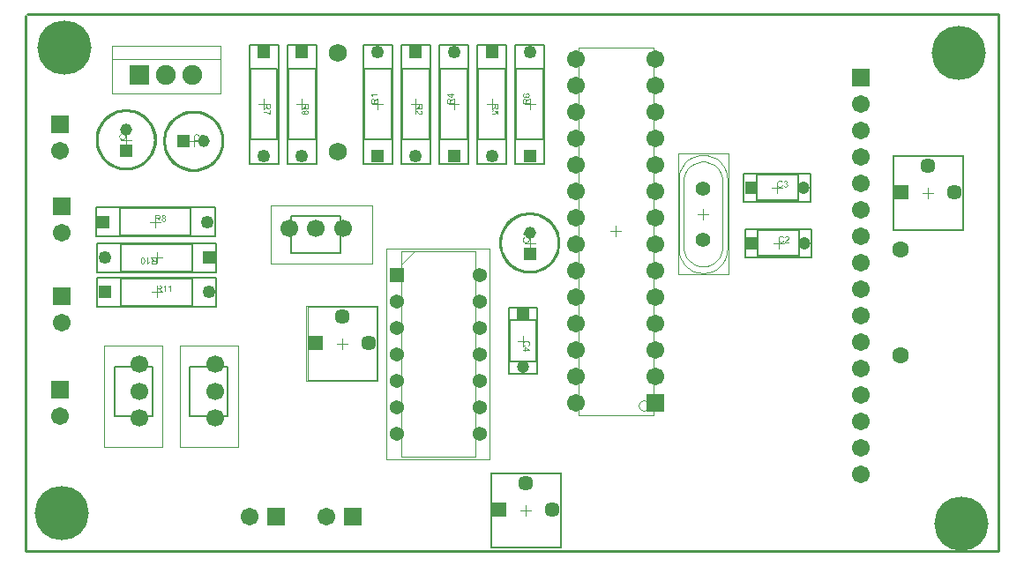
<source format=gts>
G04*
G04 #@! TF.GenerationSoftware,Altium Limited,Altium Designer,21.4.1 (30)*
G04*
G04 Layer_Color=8388736*
%FSLAX25Y25*%
%MOIN*%
G70*
G04*
G04 #@! TF.SameCoordinates,7442B5C9-F661-4E5B-B0DF-60D3DF887EF4*
G04*
G04*
G04 #@! TF.FilePolarity,Negative*
G04*
G01*
G75*
%ADD11C,0.00591*%
%ADD12C,0.00787*%
%ADD14C,0.00394*%
%ADD15C,0.01000*%
%ADD16C,0.00197*%
%ADD17R,0.05721X0.05721*%
%ADD18C,0.05721*%
%ADD19C,0.06902*%
%ADD20C,0.04921*%
%ADD21R,0.04921X0.04921*%
%ADD22C,0.04528*%
%ADD23R,0.04528X0.04528*%
%ADD24R,0.05367X0.05367*%
%ADD25C,0.05367*%
%ADD26R,0.06706X0.06706*%
%ADD27C,0.06706*%
%ADD28C,0.06678*%
%ADD29R,0.04921X0.04921*%
%ADD30C,0.04724*%
%ADD31R,0.04724X0.04724*%
%ADD32R,0.04528X0.04528*%
%ADD33C,0.20485*%
%ADD34R,0.06706X0.06706*%
%ADD35C,0.05524*%
%ADD36C,0.06312*%
%ADD37R,0.04724X0.04724*%
%ADD38R,0.07493X0.07493*%
%ADD39C,0.07493*%
G36*
X233071Y370765D02*
X231102D01*
X231106Y370761D01*
X231120Y370743D01*
X231142Y370721D01*
X231168Y370685D01*
X231201Y370645D01*
X231237Y370594D01*
X231277Y370536D01*
X231317Y370470D01*
Y370467D01*
X231321Y370463D01*
X231335Y370441D01*
X231353Y370405D01*
X231375Y370361D01*
X231401Y370310D01*
X231426Y370255D01*
X231452Y370201D01*
X231473Y370146D01*
X231175D01*
Y370150D01*
X231168Y370157D01*
X231164Y370172D01*
X231153Y370190D01*
X231142Y370212D01*
X231128Y370237D01*
X231091Y370299D01*
X231051Y370372D01*
X231000Y370445D01*
X230942Y370521D01*
X230880Y370598D01*
X230877Y370601D01*
X230873Y370605D01*
X230862Y370616D01*
X230851Y370630D01*
X230815Y370663D01*
X230771Y370707D01*
X230720Y370750D01*
X230662Y370798D01*
X230604Y370838D01*
X230542Y370874D01*
Y371075D01*
X233071D01*
Y370765D01*
D02*
G37*
G36*
Y369298D02*
X232547Y368967D01*
X232544D01*
X232536Y368960D01*
X232525Y368952D01*
X232511Y368941D01*
X232471Y368916D01*
X232420Y368883D01*
X232365Y368843D01*
X232307Y368803D01*
X232253Y368763D01*
X232202Y368727D01*
X232198Y368723D01*
X232183Y368712D01*
X232161Y368694D01*
X232136Y368668D01*
X232081Y368614D01*
X232056Y368585D01*
X232034Y368556D01*
X232030Y368552D01*
X232027Y368545D01*
X232019Y368530D01*
X232009Y368508D01*
X231998Y368486D01*
X231987Y368461D01*
X231969Y368403D01*
Y368399D01*
X231965Y368392D01*
Y368377D01*
X231961Y368359D01*
X231958Y368334D01*
Y368304D01*
X231954Y368264D01*
Y367835D01*
X233071D01*
Y367500D01*
X230553D01*
Y368668D01*
X230556Y368698D01*
Y368730D01*
X230560Y368807D01*
X230571Y368887D01*
X230582Y368974D01*
X230600Y369054D01*
X230611Y369094D01*
X230622Y369127D01*
Y369131D01*
X230625Y369134D01*
X230636Y369156D01*
X230651Y369189D01*
X230676Y369229D01*
X230709Y369273D01*
X230753Y369320D01*
X230804Y369364D01*
X230862Y369407D01*
X230866D01*
X230869Y369411D01*
X230891Y369426D01*
X230927Y369440D01*
X230975Y369462D01*
X231029Y369480D01*
X231095Y369498D01*
X231164Y369509D01*
X231241Y369513D01*
X231244D01*
X231252D01*
X231266D01*
X231284Y369509D01*
X231310D01*
X231335Y369506D01*
X231397Y369491D01*
X231470Y369469D01*
X231546Y369440D01*
X231623Y369396D01*
X231659Y369367D01*
X231696Y369338D01*
X231699Y369335D01*
X231703Y369331D01*
X231714Y369320D01*
X231725Y369305D01*
X231739Y369287D01*
X231754Y369265D01*
X231772Y369236D01*
X231794Y369207D01*
X231812Y369171D01*
X231830Y369131D01*
X231852Y369087D01*
X231870Y369040D01*
X231885Y368985D01*
X231903Y368931D01*
X231914Y368869D01*
X231925Y368803D01*
X231928Y368810D01*
X231936Y368825D01*
X231950Y368847D01*
X231965Y368876D01*
X232005Y368941D01*
X232030Y368974D01*
X232052Y369003D01*
X232060Y369011D01*
X232078Y369029D01*
X232107Y369058D01*
X232143Y369094D01*
X232194Y369134D01*
X232249Y369182D01*
X232314Y369229D01*
X232387Y369280D01*
X233071Y369713D01*
Y369298D01*
D02*
G37*
G36*
X249947Y366332D02*
X249944Y366302D01*
Y366270D01*
X249940Y366193D01*
X249929Y366113D01*
X249918Y366026D01*
X249900Y365946D01*
X249889Y365906D01*
X249878Y365873D01*
Y365869D01*
X249875Y365866D01*
X249864Y365844D01*
X249849Y365811D01*
X249824Y365771D01*
X249791Y365727D01*
X249747Y365680D01*
X249696Y365636D01*
X249638Y365593D01*
X249634D01*
X249631Y365589D01*
X249609Y365575D01*
X249572Y365560D01*
X249525Y365538D01*
X249471Y365520D01*
X249405Y365502D01*
X249336Y365491D01*
X249259Y365487D01*
X249256D01*
X249249D01*
X249234D01*
X249216Y365491D01*
X249190D01*
X249165Y365494D01*
X249103Y365509D01*
X249030Y365531D01*
X248954Y365560D01*
X248877Y365604D01*
X248841Y365633D01*
X248804Y365662D01*
X248801Y365666D01*
X248797Y365669D01*
X248786Y365680D01*
X248775Y365695D01*
X248761Y365713D01*
X248746Y365735D01*
X248728Y365764D01*
X248706Y365793D01*
X248688Y365829D01*
X248670Y365869D01*
X248648Y365913D01*
X248630Y365960D01*
X248615Y366015D01*
X248597Y366070D01*
X248586Y366131D01*
X248575Y366197D01*
X248571Y366190D01*
X248564Y366175D01*
X248550Y366153D01*
X248535Y366124D01*
X248495Y366059D01*
X248470Y366026D01*
X248448Y365997D01*
X248440Y365989D01*
X248422Y365971D01*
X248393Y365942D01*
X248357Y365906D01*
X248306Y365866D01*
X248251Y365818D01*
X248186Y365771D01*
X248113Y365720D01*
X247428Y365287D01*
Y365702D01*
X247953Y366033D01*
X247956D01*
X247964Y366040D01*
X247974Y366048D01*
X247989Y366059D01*
X248029Y366084D01*
X248080Y366117D01*
X248135Y366157D01*
X248193Y366197D01*
X248248Y366237D01*
X248299Y366273D01*
X248302Y366277D01*
X248317Y366288D01*
X248339Y366306D01*
X248364Y366332D01*
X248419Y366386D01*
X248444Y366415D01*
X248466Y366444D01*
X248470Y366448D01*
X248473Y366455D01*
X248481Y366470D01*
X248491Y366492D01*
X248502Y366514D01*
X248513Y366539D01*
X248531Y366597D01*
Y366601D01*
X248535Y366608D01*
Y366623D01*
X248539Y366641D01*
X248542Y366667D01*
Y366696D01*
X248546Y366736D01*
Y367165D01*
X247428D01*
Y367500D01*
X249947D01*
Y366332D01*
D02*
G37*
G36*
X247498Y365130D02*
X247530Y365127D01*
X247567Y365120D01*
X247603Y365112D01*
X247643Y365098D01*
X247647D01*
X247651Y365094D01*
X247672Y365087D01*
X247705Y365072D01*
X247749Y365050D01*
X247800Y365021D01*
X247858Y364985D01*
X247916Y364945D01*
X247978Y364894D01*
X247982D01*
X247985Y364887D01*
X248007Y364868D01*
X248040Y364836D01*
X248087Y364788D01*
X248142Y364734D01*
X248207Y364665D01*
X248280Y364581D01*
X248357Y364490D01*
X248360Y364486D01*
X248371Y364472D01*
X248390Y364450D01*
X248411Y364424D01*
X248440Y364391D01*
X248473Y364352D01*
X248510Y364311D01*
X248550Y364264D01*
X248637Y364173D01*
X248724Y364082D01*
X248768Y364038D01*
X248812Y363998D01*
X248852Y363962D01*
X248892Y363933D01*
X248895D01*
X248899Y363926D01*
X248910Y363918D01*
X248925Y363911D01*
X248965Y363886D01*
X249012Y363856D01*
X249070Y363831D01*
X249132Y363806D01*
X249201Y363791D01*
X249267Y363784D01*
X249270D01*
X249274D01*
X249296Y363787D01*
X249332Y363791D01*
X249372Y363802D01*
X249423Y363816D01*
X249474Y363842D01*
X249525Y363875D01*
X249576Y363918D01*
X249583Y363926D01*
X249598Y363944D01*
X249616Y363969D01*
X249642Y364009D01*
X249663Y364060D01*
X249685Y364119D01*
X249700Y364188D01*
X249704Y364264D01*
Y364286D01*
X249700Y364300D01*
X249696Y364344D01*
X249685Y364395D01*
X249671Y364450D01*
X249645Y364512D01*
X249612Y364570D01*
X249569Y364625D01*
X249562Y364632D01*
X249543Y364646D01*
X249514Y364668D01*
X249471Y364690D01*
X249420Y364716D01*
X249354Y364737D01*
X249281Y364752D01*
X249198Y364759D01*
X249230Y365076D01*
X249234D01*
X249245Y365072D01*
X249263D01*
X249289Y365069D01*
X249318Y365061D01*
X249350Y365054D01*
X249391Y365043D01*
X249430Y365032D01*
X249518Y365003D01*
X249605Y364959D01*
X249649Y364934D01*
X249693Y364901D01*
X249733Y364868D01*
X249769Y364832D01*
X249773Y364828D01*
X249776Y364821D01*
X249787Y364810D01*
X249798Y364792D01*
X249813Y364770D01*
X249827Y364745D01*
X249846Y364716D01*
X249864Y364679D01*
X249882Y364639D01*
X249900Y364595D01*
X249915Y364548D01*
X249929Y364497D01*
X249940Y364442D01*
X249951Y364384D01*
X249955Y364322D01*
X249958Y364257D01*
Y364220D01*
X249955Y364195D01*
X249951Y364166D01*
X249947Y364129D01*
X249940Y364089D01*
X249933Y364049D01*
X249907Y363955D01*
X249871Y363860D01*
X249849Y363813D01*
X249824Y363765D01*
X249791Y363722D01*
X249755Y363682D01*
X249751Y363678D01*
X249747Y363671D01*
X249733Y363664D01*
X249718Y363649D01*
X249700Y363631D01*
X249674Y363613D01*
X249649Y363594D01*
X249616Y363573D01*
X249547Y363536D01*
X249460Y363500D01*
X249416Y363485D01*
X249365Y363478D01*
X249314Y363471D01*
X249259Y363467D01*
X249252D01*
X249234D01*
X249205Y363471D01*
X249165Y363474D01*
X249121Y363481D01*
X249070Y363496D01*
X249016Y363511D01*
X248961Y363532D01*
X248954Y363536D01*
X248936Y363543D01*
X248906Y363558D01*
X248866Y363580D01*
X248823Y363609D01*
X248768Y363645D01*
X248713Y363689D01*
X248652Y363740D01*
X248644Y363747D01*
X248622Y363765D01*
X248604Y363784D01*
X248586Y363802D01*
X248564Y363824D01*
X248535Y363853D01*
X248506Y363882D01*
X248473Y363918D01*
X248437Y363955D01*
X248397Y363998D01*
X248357Y364046D01*
X248309Y364097D01*
X248262Y364155D01*
X248211Y364213D01*
X248207Y364217D01*
X248200Y364224D01*
X248189Y364239D01*
X248175Y364257D01*
X248153Y364279D01*
X248131Y364304D01*
X248084Y364362D01*
X248029Y364424D01*
X247974Y364482D01*
X247927Y364533D01*
X247909Y364555D01*
X247891Y364574D01*
X247887Y364577D01*
X247876Y364588D01*
X247862Y364603D01*
X247840Y364621D01*
X247814Y364639D01*
X247789Y364661D01*
X247727Y364705D01*
Y363463D01*
X247428D01*
Y365134D01*
X247432D01*
X247447D01*
X247469D01*
X247498Y365130D01*
D02*
G37*
G36*
X261181Y371209D02*
X261786D01*
Y370900D01*
X261181D01*
Y369804D01*
X260898D01*
X259267Y370958D01*
Y371209D01*
X260898D01*
Y371551D01*
X261181D01*
Y371209D01*
D02*
G37*
G36*
X261786Y369298D02*
X261262Y368967D01*
X261258D01*
X261251Y368960D01*
X261240Y368952D01*
X261225Y368941D01*
X261185Y368916D01*
X261134Y368883D01*
X261080Y368843D01*
X261021Y368803D01*
X260967Y368763D01*
X260916Y368727D01*
X260912Y368723D01*
X260898Y368712D01*
X260876Y368694D01*
X260850Y368668D01*
X260796Y368614D01*
X260770Y368585D01*
X260748Y368556D01*
X260745Y368552D01*
X260741Y368545D01*
X260734Y368530D01*
X260723Y368508D01*
X260712Y368486D01*
X260701Y368461D01*
X260683Y368403D01*
Y368399D01*
X260679Y368392D01*
Y368377D01*
X260676Y368359D01*
X260672Y368334D01*
Y368304D01*
X260668Y368264D01*
Y367835D01*
X261786D01*
Y367500D01*
X259267D01*
Y368668D01*
X259271Y368698D01*
Y368730D01*
X259274Y368807D01*
X259285Y368887D01*
X259296Y368974D01*
X259314Y369054D01*
X259325Y369094D01*
X259336Y369127D01*
Y369131D01*
X259340Y369134D01*
X259351Y369156D01*
X259365Y369189D01*
X259391Y369229D01*
X259423Y369273D01*
X259467Y369320D01*
X259518Y369364D01*
X259576Y369407D01*
X259580D01*
X259584Y369411D01*
X259605Y369426D01*
X259642Y369440D01*
X259689Y369462D01*
X259744Y369480D01*
X259809Y369498D01*
X259878Y369509D01*
X259955Y369513D01*
X259959D01*
X259966D01*
X259980D01*
X259998Y369509D01*
X260024D01*
X260050Y369506D01*
X260111Y369491D01*
X260184Y369469D01*
X260261Y369440D01*
X260337Y369396D01*
X260373Y369367D01*
X260410Y369338D01*
X260414Y369335D01*
X260417Y369331D01*
X260428Y369320D01*
X260439Y369305D01*
X260454Y369287D01*
X260468Y369265D01*
X260486Y369236D01*
X260508Y369207D01*
X260526Y369171D01*
X260544Y369131D01*
X260566Y369087D01*
X260585Y369040D01*
X260599Y368985D01*
X260617Y368931D01*
X260628Y368869D01*
X260639Y368803D01*
X260643Y368810D01*
X260650Y368825D01*
X260665Y368847D01*
X260679Y368876D01*
X260719Y368941D01*
X260745Y368974D01*
X260767Y369003D01*
X260774Y369011D01*
X260792Y369029D01*
X260821Y369058D01*
X260858Y369094D01*
X260909Y369134D01*
X260963Y369182D01*
X261029Y369229D01*
X261101Y369280D01*
X261786Y369713D01*
Y369298D01*
D02*
G37*
G36*
X166954Y356070D02*
X166980D01*
X167009Y356066D01*
X167078Y356052D01*
X167155Y356033D01*
X167235Y356004D01*
X167315Y355961D01*
X167355Y355935D01*
X167391Y355906D01*
X167395Y355902D01*
X167398Y355899D01*
X167409Y355888D01*
X167420Y355877D01*
X167438Y355859D01*
X167453Y355837D01*
X167493Y355786D01*
X167533Y355720D01*
X167569Y355640D01*
X167602Y355549D01*
X167624Y355447D01*
X167315Y355422D01*
Y355426D01*
X167311Y355429D01*
X167307Y355451D01*
X167297Y355484D01*
X167282Y355524D01*
X167267Y355568D01*
X167245Y355611D01*
X167220Y355651D01*
X167195Y355684D01*
X167187Y355691D01*
X167173Y355706D01*
X167147Y355728D01*
X167111Y355753D01*
X167063Y355775D01*
X167013Y355797D01*
X166951Y355811D01*
X166885Y355819D01*
X166860D01*
X166831Y355815D01*
X166798Y355808D01*
X166754Y355797D01*
X166710Y355782D01*
X166667Y355764D01*
X166623Y355735D01*
X166616Y355731D01*
X166598Y355717D01*
X166572Y355691D01*
X166539Y355655D01*
X166503Y355611D01*
X166463Y355560D01*
X166427Y355495D01*
X166390Y355422D01*
Y355418D01*
X166386Y355411D01*
X166383Y355400D01*
X166376Y355385D01*
X166372Y355364D01*
X166365Y355338D01*
X166357Y355309D01*
X166350Y355273D01*
X166339Y355233D01*
X166332Y355189D01*
X166325Y355142D01*
X166321Y355091D01*
X166314Y355032D01*
X166310Y354974D01*
X166306Y354909D01*
Y354843D01*
X166310Y354847D01*
X166325Y354869D01*
X166350Y354898D01*
X166383Y354934D01*
X166419Y354978D01*
X166467Y355018D01*
X166517Y355058D01*
X166576Y355094D01*
X166579D01*
X166583Y355098D01*
X166605Y355109D01*
X166638Y355120D01*
X166681Y355138D01*
X166732Y355153D01*
X166790Y355163D01*
X166852Y355174D01*
X166918Y355178D01*
X166947D01*
X166969Y355174D01*
X166998Y355171D01*
X167027Y355167D01*
X167063Y355160D01*
X167100Y355149D01*
X167184Y355123D01*
X167227Y355105D01*
X167271Y355080D01*
X167315Y355054D01*
X167362Y355025D01*
X167406Y354989D01*
X167446Y354949D01*
X167449Y354945D01*
X167457Y354938D01*
X167468Y354927D01*
X167479Y354909D01*
X167497Y354883D01*
X167515Y354858D01*
X167533Y354825D01*
X167555Y354788D01*
X167577Y354749D01*
X167595Y354705D01*
X167613Y354654D01*
X167631Y354603D01*
X167642Y354548D01*
X167653Y354486D01*
X167660Y354425D01*
X167664Y354359D01*
Y354355D01*
Y354348D01*
Y354337D01*
Y354319D01*
X167660Y354297D01*
Y354275D01*
X167649Y354217D01*
X167639Y354148D01*
X167620Y354075D01*
X167595Y353995D01*
X167559Y353919D01*
Y353915D01*
X167555Y353911D01*
X167548Y353900D01*
X167540Y353886D01*
X167518Y353849D01*
X167486Y353802D01*
X167446Y353751D01*
X167398Y353700D01*
X167340Y353649D01*
X167278Y353606D01*
X167275D01*
X167271Y353602D01*
X167260Y353595D01*
X167245Y353591D01*
X167209Y353573D01*
X167162Y353555D01*
X167100Y353533D01*
X167031Y353518D01*
X166954Y353504D01*
X166871Y353500D01*
X166852D01*
X166834Y353504D01*
X166805D01*
X166772Y353507D01*
X166736Y353515D01*
X166692Y353525D01*
X166649Y353536D01*
X166598Y353551D01*
X166547Y353569D01*
X166496Y353591D01*
X166441Y353620D01*
X166390Y353653D01*
X166339Y353689D01*
X166288Y353733D01*
X166241Y353784D01*
X166237Y353787D01*
X166230Y353798D01*
X166219Y353813D01*
X166205Y353838D01*
X166183Y353871D01*
X166164Y353908D01*
X166143Y353955D01*
X166121Y354006D01*
X166095Y354068D01*
X166073Y354137D01*
X166055Y354213D01*
X166037Y354297D01*
X166019Y354392D01*
X166008Y354494D01*
X166001Y354603D01*
X165997Y354719D01*
Y354723D01*
Y354727D01*
Y354738D01*
Y354752D01*
X166001Y354788D01*
Y354839D01*
X166004Y354898D01*
X166012Y354967D01*
X166019Y355043D01*
X166030Y355127D01*
X166044Y355211D01*
X166062Y355302D01*
X166084Y355389D01*
X166110Y355476D01*
X166143Y355560D01*
X166179Y355640D01*
X166219Y355717D01*
X166266Y355782D01*
X166270Y355786D01*
X166277Y355793D01*
X166292Y355808D01*
X166310Y355830D01*
X166332Y355851D01*
X166361Y355873D01*
X166397Y355902D01*
X166434Y355928D01*
X166478Y355953D01*
X166525Y355982D01*
X166579Y356004D01*
X166634Y356030D01*
X166696Y356048D01*
X166761Y356063D01*
X166831Y356070D01*
X166903Y356073D01*
X166932D01*
X166954Y356070D01*
D02*
G37*
G36*
X164749Y356103D02*
X164781Y356099D01*
X164821Y356095D01*
X164861Y356092D01*
X164909Y356081D01*
X165007Y356059D01*
X165116Y356026D01*
X165171Y356004D01*
X165222Y355979D01*
X165273Y355946D01*
X165324Y355913D01*
X165327Y355910D01*
X165334Y355906D01*
X165349Y355895D01*
X165367Y355877D01*
X165385Y355859D01*
X165411Y355833D01*
X165436Y355804D01*
X165466Y355775D01*
X165495Y355738D01*
X165524Y355695D01*
X165557Y355651D01*
X165586Y355604D01*
X165611Y355549D01*
X165640Y355495D01*
X165662Y355436D01*
X165684Y355371D01*
X165356Y355294D01*
Y355298D01*
X165353Y355305D01*
X165345Y355320D01*
X165338Y355338D01*
X165331Y355360D01*
X165320Y355389D01*
X165291Y355447D01*
X165254Y355513D01*
X165211Y355578D01*
X165156Y355640D01*
X165098Y355695D01*
X165091Y355702D01*
X165069Y355717D01*
X165032Y355735D01*
X164985Y355760D01*
X164923Y355782D01*
X164854Y355804D01*
X164770Y355819D01*
X164679Y355822D01*
X164650D01*
X164632Y355819D01*
X164606D01*
X164577Y355815D01*
X164508Y355804D01*
X164432Y355789D01*
X164352Y355764D01*
X164268Y355728D01*
X164192Y355680D01*
X164188D01*
X164184Y355673D01*
X164159Y355655D01*
X164126Y355626D01*
X164086Y355582D01*
X164039Y355527D01*
X163995Y355466D01*
X163955Y355389D01*
X163919Y355305D01*
Y355302D01*
X163915Y355294D01*
X163911Y355284D01*
X163908Y355265D01*
X163900Y355243D01*
X163893Y355218D01*
X163882Y355156D01*
X163868Y355083D01*
X163853Y355003D01*
X163846Y354916D01*
X163842Y354821D01*
Y354818D01*
Y354807D01*
Y354788D01*
Y354767D01*
X163846Y354741D01*
Y354708D01*
X163849Y354672D01*
X163853Y354632D01*
X163864Y354545D01*
X163882Y354450D01*
X163904Y354355D01*
X163933Y354261D01*
Y354257D01*
X163937Y354250D01*
X163944Y354239D01*
X163951Y354221D01*
X163973Y354177D01*
X164006Y354126D01*
X164046Y354068D01*
X164097Y354006D01*
X164155Y353951D01*
X164224Y353900D01*
X164228D01*
X164235Y353897D01*
X164246Y353889D01*
X164261Y353882D01*
X164279Y353875D01*
X164301Y353864D01*
X164352Y353842D01*
X164417Y353820D01*
X164490Y353802D01*
X164570Y353787D01*
X164654Y353784D01*
X164679D01*
X164701Y353787D01*
X164727D01*
X164752Y353791D01*
X164818Y353806D01*
X164894Y353824D01*
X164971Y353853D01*
X165051Y353893D01*
X165091Y353915D01*
X165127Y353944D01*
X165131Y353948D01*
X165134Y353951D01*
X165145Y353962D01*
X165160Y353973D01*
X165174Y353991D01*
X165193Y354013D01*
X165214Y354035D01*
X165233Y354064D01*
X165254Y354097D01*
X165280Y354133D01*
X165302Y354170D01*
X165324Y354213D01*
X165342Y354261D01*
X165360Y354312D01*
X165378Y354366D01*
X165393Y354425D01*
X165728Y354341D01*
Y354337D01*
X165724Y354323D01*
X165717Y354301D01*
X165706Y354272D01*
X165695Y354239D01*
X165680Y354199D01*
X165662Y354155D01*
X165640Y354108D01*
X165589Y354006D01*
X165524Y353904D01*
X165484Y353853D01*
X165444Y353802D01*
X165400Y353758D01*
X165349Y353715D01*
X165345Y353711D01*
X165338Y353704D01*
X165320Y353696D01*
X165302Y353682D01*
X165273Y353664D01*
X165243Y353646D01*
X165203Y353627D01*
X165163Y353609D01*
X165116Y353587D01*
X165065Y353569D01*
X165010Y353551D01*
X164952Y353533D01*
X164890Y353518D01*
X164825Y353511D01*
X164756Y353504D01*
X164683Y353500D01*
X164643D01*
X164614Y353504D01*
X164581D01*
X164541Y353507D01*
X164497Y353515D01*
X164446Y353522D01*
X164341Y353540D01*
X164232Y353569D01*
X164122Y353609D01*
X164071Y353635D01*
X164021Y353664D01*
X164017Y353667D01*
X164009Y353671D01*
X163995Y353682D01*
X163980Y353696D01*
X163959Y353711D01*
X163933Y353733D01*
X163904Y353758D01*
X163875Y353787D01*
X163846Y353820D01*
X163813Y353853D01*
X163748Y353937D01*
X163686Y354035D01*
X163631Y354144D01*
Y354148D01*
X163624Y354159D01*
X163620Y354177D01*
X163609Y354199D01*
X163602Y354228D01*
X163591Y354264D01*
X163576Y354304D01*
X163566Y354348D01*
X163555Y354395D01*
X163540Y354450D01*
X163522Y354563D01*
X163507Y354690D01*
X163500Y354821D01*
Y354825D01*
Y354839D01*
Y354861D01*
X163504Y354887D01*
Y354923D01*
X163507Y354960D01*
X163511Y355007D01*
X163518Y355054D01*
X163536Y355160D01*
X163562Y355276D01*
X163598Y355393D01*
X163649Y355506D01*
X163653Y355509D01*
X163656Y355520D01*
X163664Y355535D01*
X163678Y355553D01*
X163693Y355578D01*
X163711Y355608D01*
X163758Y355673D01*
X163820Y355746D01*
X163893Y355819D01*
X163977Y355891D01*
X164075Y355953D01*
X164079Y355957D01*
X164090Y355961D01*
X164104Y355968D01*
X164122Y355979D01*
X164152Y355990D01*
X164181Y356001D01*
X164217Y356015D01*
X164257Y356030D01*
X164301Y356044D01*
X164348Y356059D01*
X164450Y356081D01*
X164567Y356099D01*
X164687Y356106D01*
X164723D01*
X164749Y356103D01*
D02*
G37*
G36*
X289703Y371559D02*
X289725D01*
X289783Y371548D01*
X289852Y371537D01*
X289925Y371518D01*
X290005Y371493D01*
X290081Y371457D01*
X290085D01*
X290089Y371453D01*
X290100Y371446D01*
X290114Y371439D01*
X290151Y371417D01*
X290198Y371384D01*
X290249Y371344D01*
X290300Y371297D01*
X290351Y371238D01*
X290394Y371176D01*
Y371173D01*
X290398Y371169D01*
X290405Y371158D01*
X290409Y371144D01*
X290427Y371107D01*
X290445Y371060D01*
X290467Y370998D01*
X290482Y370929D01*
X290496Y370852D01*
X290500Y370769D01*
Y370750D01*
X290496Y370732D01*
Y370703D01*
X290493Y370670D01*
X290486Y370634D01*
X290475Y370590D01*
X290464Y370547D01*
X290449Y370496D01*
X290431Y370445D01*
X290409Y370394D01*
X290380Y370339D01*
X290347Y370288D01*
X290311Y370237D01*
X290267Y370186D01*
X290216Y370139D01*
X290212Y370135D01*
X290202Y370128D01*
X290187Y370117D01*
X290161Y370103D01*
X290129Y370081D01*
X290092Y370062D01*
X290045Y370041D01*
X289994Y370019D01*
X289932Y369993D01*
X289863Y369971D01*
X289787Y369953D01*
X289703Y369935D01*
X289608Y369917D01*
X289506Y369906D01*
X289397Y369899D01*
X289281Y369895D01*
X289277D01*
X289273D01*
X289262D01*
X289248D01*
X289212Y369899D01*
X289160D01*
X289102Y369902D01*
X289033Y369910D01*
X288957Y369917D01*
X288873Y369928D01*
X288789Y369942D01*
X288698Y369961D01*
X288611Y369983D01*
X288524Y370008D01*
X288440Y370041D01*
X288360Y370077D01*
X288283Y370117D01*
X288218Y370164D01*
X288214Y370168D01*
X288207Y370175D01*
X288192Y370190D01*
X288170Y370208D01*
X288149Y370230D01*
X288127Y370259D01*
X288098Y370296D01*
X288072Y370332D01*
X288047Y370376D01*
X288018Y370423D01*
X287996Y370478D01*
X287970Y370532D01*
X287952Y370594D01*
X287937Y370659D01*
X287930Y370729D01*
X287927Y370801D01*
Y370831D01*
X287930Y370852D01*
Y370878D01*
X287934Y370907D01*
X287948Y370976D01*
X287967Y371053D01*
X287996Y371133D01*
X288039Y371213D01*
X288065Y371253D01*
X288094Y371289D01*
X288098Y371293D01*
X288101Y371297D01*
X288112Y371307D01*
X288123Y371318D01*
X288141Y371337D01*
X288163Y371351D01*
X288214Y371391D01*
X288280Y371431D01*
X288360Y371468D01*
X288451Y371500D01*
X288553Y371522D01*
X288578Y371213D01*
X288575D01*
X288571Y371209D01*
X288549Y371205D01*
X288516Y371195D01*
X288476Y371180D01*
X288433Y371165D01*
X288389Y371144D01*
X288349Y371118D01*
X288316Y371093D01*
X288309Y371085D01*
X288294Y371071D01*
X288272Y371045D01*
X288247Y371009D01*
X288225Y370962D01*
X288203Y370911D01*
X288189Y370849D01*
X288181Y370783D01*
Y370758D01*
X288185Y370729D01*
X288192Y370696D01*
X288203Y370652D01*
X288218Y370608D01*
X288236Y370565D01*
X288265Y370521D01*
X288269Y370514D01*
X288283Y370496D01*
X288309Y370470D01*
X288345Y370438D01*
X288389Y370401D01*
X288440Y370361D01*
X288505Y370325D01*
X288578Y370288D01*
X288582D01*
X288589Y370285D01*
X288600Y370281D01*
X288615Y370274D01*
X288636Y370270D01*
X288662Y370263D01*
X288691Y370255D01*
X288727Y370248D01*
X288767Y370237D01*
X288811Y370230D01*
X288858Y370223D01*
X288909Y370219D01*
X288968Y370212D01*
X289026Y370208D01*
X289091Y370204D01*
X289157D01*
X289153Y370208D01*
X289131Y370223D01*
X289102Y370248D01*
X289066Y370281D01*
X289022Y370317D01*
X288982Y370365D01*
X288942Y370416D01*
X288906Y370474D01*
Y370478D01*
X288902Y370481D01*
X288891Y370503D01*
X288880Y370536D01*
X288862Y370579D01*
X288847Y370630D01*
X288837Y370689D01*
X288826Y370750D01*
X288822Y370816D01*
Y370845D01*
X288826Y370867D01*
X288829Y370896D01*
X288833Y370925D01*
X288840Y370962D01*
X288851Y370998D01*
X288877Y371082D01*
X288895Y371125D01*
X288920Y371169D01*
X288946Y371213D01*
X288975Y371260D01*
X289011Y371304D01*
X289051Y371344D01*
X289055Y371347D01*
X289062Y371355D01*
X289073Y371366D01*
X289091Y371377D01*
X289117Y371395D01*
X289142Y371413D01*
X289175Y371431D01*
X289212Y371453D01*
X289251Y371475D01*
X289295Y371493D01*
X289346Y371511D01*
X289397Y371530D01*
X289452Y371540D01*
X289514Y371551D01*
X289576Y371559D01*
X289641Y371562D01*
X289645D01*
X289652D01*
X289663D01*
X289681D01*
X289703Y371559D01*
D02*
G37*
G36*
X290456Y369298D02*
X289932Y368967D01*
X289929D01*
X289921Y368960D01*
X289910Y368952D01*
X289896Y368941D01*
X289856Y368916D01*
X289805Y368883D01*
X289750Y368843D01*
X289692Y368803D01*
X289637Y368763D01*
X289586Y368727D01*
X289583Y368723D01*
X289568Y368712D01*
X289546Y368694D01*
X289521Y368668D01*
X289466Y368614D01*
X289441Y368585D01*
X289419Y368556D01*
X289415Y368552D01*
X289412Y368545D01*
X289404Y368530D01*
X289393Y368508D01*
X289383Y368486D01*
X289372Y368461D01*
X289353Y368403D01*
Y368399D01*
X289350Y368392D01*
Y368377D01*
X289346Y368359D01*
X289342Y368334D01*
Y368304D01*
X289339Y368264D01*
Y367835D01*
X290456D01*
Y367500D01*
X287937D01*
Y368668D01*
X287941Y368698D01*
Y368730D01*
X287945Y368807D01*
X287956Y368887D01*
X287967Y368974D01*
X287985Y369054D01*
X287996Y369094D01*
X288007Y369127D01*
Y369131D01*
X288010Y369134D01*
X288021Y369156D01*
X288036Y369189D01*
X288061Y369229D01*
X288094Y369273D01*
X288138Y369320D01*
X288189Y369364D01*
X288247Y369407D01*
X288250D01*
X288254Y369411D01*
X288276Y369426D01*
X288312Y369440D01*
X288360Y369462D01*
X288414Y369480D01*
X288480Y369498D01*
X288549Y369509D01*
X288625Y369513D01*
X288629D01*
X288636D01*
X288651D01*
X288669Y369509D01*
X288695D01*
X288720Y369506D01*
X288782Y369491D01*
X288855Y369469D01*
X288931Y369440D01*
X289008Y369396D01*
X289044Y369367D01*
X289080Y369338D01*
X289084Y369335D01*
X289088Y369331D01*
X289099Y369320D01*
X289110Y369305D01*
X289124Y369287D01*
X289139Y369265D01*
X289157Y369236D01*
X289179Y369207D01*
X289197Y369171D01*
X289215Y369131D01*
X289237Y369087D01*
X289255Y369040D01*
X289270Y368985D01*
X289288Y368931D01*
X289299Y368869D01*
X289310Y368803D01*
X289313Y368810D01*
X289321Y368825D01*
X289335Y368847D01*
X289350Y368876D01*
X289390Y368941D01*
X289415Y368974D01*
X289437Y369003D01*
X289444Y369011D01*
X289463Y369029D01*
X289492Y369058D01*
X289528Y369094D01*
X289579Y369134D01*
X289634Y369182D01*
X289699Y369229D01*
X289772Y369280D01*
X290456Y369713D01*
Y369298D01*
D02*
G37*
G36*
X206920Y366332D02*
X206916Y366302D01*
Y366270D01*
X206912Y366193D01*
X206902Y366113D01*
X206891Y366026D01*
X206872Y365946D01*
X206861Y365906D01*
X206851Y365873D01*
Y365869D01*
X206847Y365866D01*
X206836Y365844D01*
X206821Y365811D01*
X206796Y365771D01*
X206763Y365727D01*
X206719Y365680D01*
X206668Y365636D01*
X206610Y365593D01*
X206607D01*
X206603Y365589D01*
X206581Y365575D01*
X206545Y365560D01*
X206497Y365538D01*
X206443Y365520D01*
X206377Y365502D01*
X206308Y365491D01*
X206232Y365487D01*
X206228D01*
X206221D01*
X206206D01*
X206188Y365491D01*
X206163D01*
X206137Y365494D01*
X206075Y365509D01*
X206002Y365531D01*
X205926Y365560D01*
X205850Y365604D01*
X205813Y365633D01*
X205777Y365662D01*
X205773Y365666D01*
X205769Y365669D01*
X205759Y365680D01*
X205748Y365695D01*
X205733Y365713D01*
X205718Y365735D01*
X205700Y365764D01*
X205678Y365793D01*
X205660Y365829D01*
X205642Y365869D01*
X205620Y365913D01*
X205602Y365960D01*
X205587Y366015D01*
X205569Y366070D01*
X205558Y366131D01*
X205547Y366197D01*
X205544Y366190D01*
X205537Y366175D01*
X205522Y366153D01*
X205507Y366124D01*
X205467Y366059D01*
X205442Y366026D01*
X205420Y365997D01*
X205413Y365989D01*
X205395Y365971D01*
X205365Y365942D01*
X205329Y365906D01*
X205278Y365866D01*
X205223Y365818D01*
X205158Y365771D01*
X205085Y365720D01*
X204401Y365287D01*
Y365702D01*
X204925Y366033D01*
X204929D01*
X204936Y366040D01*
X204947Y366048D01*
X204961Y366059D01*
X205001Y366084D01*
X205052Y366117D01*
X205107Y366157D01*
X205165Y366197D01*
X205220Y366237D01*
X205271Y366273D01*
X205274Y366277D01*
X205289Y366288D01*
X205311Y366306D01*
X205336Y366332D01*
X205391Y366386D01*
X205416Y366415D01*
X205438Y366444D01*
X205442Y366448D01*
X205446Y366455D01*
X205453Y366470D01*
X205464Y366492D01*
X205475Y366514D01*
X205486Y366539D01*
X205504Y366597D01*
Y366601D01*
X205507Y366608D01*
Y366623D01*
X205511Y366641D01*
X205515Y366667D01*
Y366696D01*
X205518Y366736D01*
Y367165D01*
X204401D01*
Y367500D01*
X206920D01*
Y366332D01*
D02*
G37*
G36*
X206141Y365087D02*
X206173Y365083D01*
X206213Y365079D01*
X206254Y365072D01*
X206301Y365061D01*
X206396Y365036D01*
X206447Y365018D01*
X206501Y364996D01*
X206552Y364970D01*
X206599Y364937D01*
X206650Y364905D01*
X206694Y364865D01*
X206698Y364861D01*
X206705Y364854D01*
X206716Y364843D01*
X206730Y364825D01*
X206749Y364803D01*
X206770Y364774D01*
X206789Y364745D01*
X206814Y364708D01*
X206836Y364672D01*
X206854Y364628D01*
X206894Y364530D01*
X206909Y364479D01*
X206920Y364421D01*
X206927Y364362D01*
X206931Y364300D01*
Y364275D01*
X206927Y364257D01*
Y364239D01*
X206923Y364213D01*
X206912Y364151D01*
X206898Y364082D01*
X206872Y364006D01*
X206840Y363929D01*
X206796Y363853D01*
Y363849D01*
X206789Y363845D01*
X206781Y363835D01*
X206770Y363820D01*
X206741Y363784D01*
X206701Y363736D01*
X206647Y363689D01*
X206581Y363634D01*
X206505Y363587D01*
X206417Y363543D01*
X206414D01*
X206406Y363540D01*
X206392Y363532D01*
X206374Y363525D01*
X206348Y363518D01*
X206315Y363507D01*
X206279Y363500D01*
X206239Y363489D01*
X206192Y363478D01*
X206137Y363467D01*
X206079Y363460D01*
X206017Y363452D01*
X205948Y363445D01*
X205875Y363438D01*
X205795Y363434D01*
X205711D01*
X205708D01*
X205689D01*
X205664D01*
X205631D01*
X205591Y363438D01*
X205544D01*
X205489Y363441D01*
X205434Y363449D01*
X205311Y363460D01*
X205180Y363478D01*
X205056Y363503D01*
X204994Y363522D01*
X204940Y363540D01*
X204936D01*
X204929Y363543D01*
X204914Y363551D01*
X204892Y363558D01*
X204870Y363569D01*
X204841Y363583D01*
X204779Y363620D01*
X204710Y363664D01*
X204637Y363715D01*
X204568Y363780D01*
X204506Y363853D01*
Y363856D01*
X204499Y363864D01*
X204492Y363875D01*
X204485Y363889D01*
X204474Y363911D01*
X204459Y363933D01*
X204445Y363962D01*
X204433Y363991D01*
X204404Y364060D01*
X204379Y364144D01*
X204364Y364235D01*
X204357Y364337D01*
Y364366D01*
X204361Y364384D01*
Y364410D01*
X204364Y364439D01*
X204379Y364508D01*
X204397Y364584D01*
X204426Y364665D01*
X204466Y364745D01*
X204492Y364785D01*
X204521Y364821D01*
X204524Y364825D01*
X204528Y364828D01*
X204539Y364839D01*
X204550Y364850D01*
X204568Y364865D01*
X204590Y364883D01*
X204641Y364919D01*
X204707Y364956D01*
X204787Y364992D01*
X204878Y365021D01*
X204983Y365043D01*
X205009Y364745D01*
X205005D01*
X204998Y364741D01*
X204991D01*
X204976Y364737D01*
X204936Y364726D01*
X204892Y364712D01*
X204841Y364694D01*
X204790Y364668D01*
X204743Y364639D01*
X204703Y364603D01*
X204699Y364599D01*
X204688Y364584D01*
X204674Y364559D01*
X204659Y364530D01*
X204641Y364490D01*
X204626Y364442D01*
X204615Y364388D01*
X204612Y364330D01*
Y364304D01*
X204615Y364279D01*
X204619Y364246D01*
X204626Y364206D01*
X204637Y364166D01*
X204652Y364122D01*
X204674Y364082D01*
X204677Y364078D01*
X204685Y364064D01*
X204699Y364042D01*
X204721Y364020D01*
X204747Y363991D01*
X204776Y363962D01*
X204808Y363933D01*
X204849Y363904D01*
X204852Y363900D01*
X204870Y363893D01*
X204896Y363878D01*
X204929Y363864D01*
X204972Y363845D01*
X205023Y363827D01*
X205082Y363809D01*
X205147Y363791D01*
X205151D01*
X205154Y363787D01*
X205165D01*
X205180Y363784D01*
X205216Y363776D01*
X205263Y363765D01*
X205322Y363758D01*
X205384Y363751D01*
X205453Y363747D01*
X205525Y363744D01*
X205529D01*
X205540D01*
X205558D01*
X205587D01*
X205580Y363747D01*
X205562Y363762D01*
X205537Y363784D01*
X205500Y363809D01*
X205464Y363845D01*
X205424Y363889D01*
X205384Y363940D01*
X205347Y363998D01*
X205344Y364006D01*
X205333Y364028D01*
X205318Y364060D01*
X205304Y364100D01*
X205285Y364155D01*
X205271Y364213D01*
X205260Y364279D01*
X205256Y364348D01*
Y364377D01*
X205260Y364399D01*
X205263Y364428D01*
X205267Y364457D01*
X205274Y364493D01*
X205285Y364530D01*
X205311Y364614D01*
X205329Y364657D01*
X205351Y364701D01*
X205376Y364748D01*
X205409Y364792D01*
X205442Y364836D01*
X205482Y364876D01*
X205486Y364879D01*
X205493Y364887D01*
X205504Y364894D01*
X205522Y364908D01*
X205547Y364927D01*
X205573Y364945D01*
X205606Y364963D01*
X205642Y364981D01*
X205682Y365003D01*
X205726Y365021D01*
X205777Y365039D01*
X205828Y365058D01*
X205886Y365072D01*
X205948Y365079D01*
X206010Y365087D01*
X206079Y365090D01*
X206083D01*
X206097D01*
X206115D01*
X206141Y365087D01*
D02*
G37*
G36*
X149500Y306938D02*
X148332D01*
X148302Y306941D01*
X148270D01*
X148193Y306945D01*
X148113Y306956D01*
X148026Y306967D01*
X147946Y306985D01*
X147906Y306996D01*
X147873Y307007D01*
X147869D01*
X147866Y307010D01*
X147844Y307021D01*
X147811Y307036D01*
X147771Y307061D01*
X147727Y307094D01*
X147680Y307138D01*
X147636Y307189D01*
X147593Y307247D01*
Y307250D01*
X147589Y307254D01*
X147574Y307276D01*
X147560Y307312D01*
X147538Y307360D01*
X147520Y307414D01*
X147502Y307480D01*
X147491Y307549D01*
X147487Y307625D01*
Y307629D01*
Y307636D01*
Y307651D01*
X147491Y307669D01*
Y307695D01*
X147494Y307720D01*
X147509Y307782D01*
X147531Y307855D01*
X147560Y307931D01*
X147604Y308008D01*
X147633Y308044D01*
X147662Y308080D01*
X147666Y308084D01*
X147669Y308088D01*
X147680Y308099D01*
X147695Y308109D01*
X147713Y308124D01*
X147735Y308139D01*
X147764Y308157D01*
X147793Y308179D01*
X147829Y308197D01*
X147869Y308215D01*
X147913Y308237D01*
X147960Y308255D01*
X148015Y308270D01*
X148070Y308288D01*
X148131Y308299D01*
X148197Y308310D01*
X148190Y308313D01*
X148175Y308321D01*
X148153Y308335D01*
X148124Y308350D01*
X148059Y308390D01*
X148026Y308415D01*
X147997Y308437D01*
X147989Y308444D01*
X147971Y308463D01*
X147942Y308492D01*
X147906Y308528D01*
X147866Y308579D01*
X147818Y308634D01*
X147771Y308699D01*
X147720Y308772D01*
X147287Y309456D01*
X147702D01*
X148033Y308932D01*
Y308928D01*
X148040Y308921D01*
X148048Y308910D01*
X148059Y308896D01*
X148084Y308856D01*
X148117Y308805D01*
X148157Y308750D01*
X148197Y308692D01*
X148237Y308637D01*
X148273Y308586D01*
X148277Y308583D01*
X148288Y308568D01*
X148306Y308546D01*
X148332Y308521D01*
X148386Y308466D01*
X148415Y308441D01*
X148444Y308419D01*
X148448Y308415D01*
X148455Y308412D01*
X148470Y308404D01*
X148492Y308394D01*
X148514Y308383D01*
X148539Y308372D01*
X148597Y308353D01*
X148601D01*
X148608Y308350D01*
X148623D01*
X148641Y308346D01*
X148667Y308343D01*
X148696D01*
X148736Y308339D01*
X149165D01*
Y309456D01*
X149500D01*
Y306938D01*
D02*
G37*
G36*
X146235Y307487D02*
X146239Y307491D01*
X146257Y307505D01*
X146279Y307527D01*
X146315Y307553D01*
X146355Y307585D01*
X146406Y307622D01*
X146464Y307662D01*
X146530Y307702D01*
X146533D01*
X146537Y307705D01*
X146559Y307720D01*
X146595Y307738D01*
X146639Y307760D01*
X146690Y307786D01*
X146745Y307811D01*
X146799Y307837D01*
X146854Y307858D01*
Y307560D01*
X146850D01*
X146843Y307553D01*
X146828Y307549D01*
X146810Y307538D01*
X146788Y307527D01*
X146763Y307513D01*
X146701Y307476D01*
X146628Y307436D01*
X146555Y307385D01*
X146479Y307327D01*
X146402Y307265D01*
X146399Y307261D01*
X146395Y307258D01*
X146384Y307247D01*
X146370Y307236D01*
X146337Y307200D01*
X146293Y307156D01*
X146249Y307105D01*
X146202Y307047D01*
X146162Y306988D01*
X146126Y306926D01*
X145925D01*
Y309456D01*
X146235D01*
Y307487D01*
D02*
G37*
G36*
X144371Y309496D02*
X144400Y309493D01*
X144437Y309486D01*
X144477Y309478D01*
X144520Y309467D01*
X144564Y309453D01*
X144612Y309438D01*
X144659Y309416D01*
X144706Y309391D01*
X144754Y309362D01*
X144801Y309325D01*
X144844Y309285D01*
X144885Y309242D01*
X144888Y309238D01*
X144895Y309227D01*
X144906Y309209D01*
X144924Y309180D01*
X144943Y309147D01*
X144961Y309103D01*
X144986Y309052D01*
X145008Y308994D01*
X145030Y308928D01*
X145052Y308852D01*
X145074Y308768D01*
X145092Y308674D01*
X145110Y308572D01*
X145121Y308463D01*
X145128Y308343D01*
X145132Y308215D01*
Y308211D01*
Y308197D01*
Y308171D01*
Y308142D01*
X145128Y308102D01*
Y308059D01*
X145125Y308011D01*
X145121Y307957D01*
X145110Y307844D01*
X145092Y307724D01*
X145070Y307604D01*
X145056Y307549D01*
X145041Y307494D01*
Y307491D01*
X145037Y307484D01*
X145030Y307469D01*
X145023Y307451D01*
X145016Y307425D01*
X145001Y307400D01*
X144972Y307338D01*
X144936Y307272D01*
X144888Y307203D01*
X144834Y307134D01*
X144768Y307076D01*
X144764D01*
X144761Y307068D01*
X144750Y307061D01*
X144735Y307054D01*
X144717Y307039D01*
X144695Y307029D01*
X144641Y306999D01*
X144575Y306974D01*
X144499Y306948D01*
X144408Y306934D01*
X144309Y306926D01*
X144277D01*
X144237Y306930D01*
X144189Y306938D01*
X144135Y306948D01*
X144076Y306963D01*
X144015Y306981D01*
X143956Y307010D01*
X143953D01*
X143949Y307014D01*
X143931Y307025D01*
X143902Y307043D01*
X143865Y307068D01*
X143825Y307105D01*
X143782Y307145D01*
X143742Y307192D01*
X143702Y307247D01*
X143698Y307254D01*
X143683Y307272D01*
X143669Y307305D01*
X143643Y307352D01*
X143621Y307407D01*
X143592Y307469D01*
X143567Y307542D01*
X143545Y307622D01*
Y307625D01*
X143541Y307633D01*
X143538Y307644D01*
X143534Y307662D01*
X143530Y307684D01*
X143527Y307709D01*
X143519Y307742D01*
X143516Y307778D01*
X143509Y307818D01*
X143505Y307862D01*
X143501Y307913D01*
X143494Y307964D01*
X143490Y308022D01*
Y308080D01*
X143487Y308146D01*
Y308215D01*
Y308219D01*
Y308233D01*
Y308259D01*
Y308288D01*
X143490Y308328D01*
Y308372D01*
X143494Y308419D01*
X143498Y308470D01*
X143509Y308586D01*
X143527Y308706D01*
X143549Y308823D01*
X143563Y308878D01*
X143581Y308932D01*
Y308936D01*
X143585Y308943D01*
X143592Y308958D01*
X143600Y308976D01*
X143607Y309001D01*
X143621Y309027D01*
X143650Y309089D01*
X143687Y309154D01*
X143734Y309227D01*
X143789Y309293D01*
X143854Y309354D01*
X143858D01*
X143862Y309362D01*
X143873Y309369D01*
X143887Y309376D01*
X143905Y309387D01*
X143924Y309402D01*
X143978Y309427D01*
X144044Y309453D01*
X144120Y309478D01*
X144211Y309493D01*
X144309Y309500D01*
X144346D01*
X144371Y309496D01*
D02*
G37*
G36*
X155033Y296500D02*
X154723D01*
Y298469D01*
X154720Y298465D01*
X154701Y298451D01*
X154680Y298429D01*
X154643Y298404D01*
X154603Y298371D01*
X154552Y298335D01*
X154494Y298294D01*
X154429Y298254D01*
X154425D01*
X154421Y298251D01*
X154399Y298236D01*
X154363Y298218D01*
X154319Y298196D01*
X154268Y298171D01*
X154214Y298145D01*
X154159Y298120D01*
X154104Y298098D01*
Y298396D01*
X154108D01*
X154115Y298404D01*
X154130Y298407D01*
X154148Y298418D01*
X154170Y298429D01*
X154196Y298444D01*
X154257Y298480D01*
X154330Y298520D01*
X154403Y298571D01*
X154480Y298629D01*
X154556Y298691D01*
X154560Y298695D01*
X154563Y298698D01*
X154574Y298709D01*
X154589Y298720D01*
X154621Y298757D01*
X154665Y298800D01*
X154709Y298851D01*
X154756Y298910D01*
X154796Y298968D01*
X154832Y299030D01*
X155033D01*
Y296500D01*
D02*
G37*
G36*
X153074D02*
X152765D01*
Y298469D01*
X152761Y298465D01*
X152743Y298451D01*
X152721Y298429D01*
X152685Y298404D01*
X152645Y298371D01*
X152594Y298335D01*
X152536Y298294D01*
X152470Y298254D01*
X152467D01*
X152463Y298251D01*
X152441Y298236D01*
X152405Y298218D01*
X152361Y298196D01*
X152310Y298171D01*
X152255Y298145D01*
X152201Y298120D01*
X152146Y298098D01*
Y298396D01*
X152150D01*
X152157Y298404D01*
X152172Y298407D01*
X152190Y298418D01*
X152212Y298429D01*
X152237Y298444D01*
X152299Y298480D01*
X152372Y298520D01*
X152445Y298571D01*
X152521Y298629D01*
X152598Y298691D01*
X152601Y298695D01*
X152605Y298698D01*
X152616Y298709D01*
X152630Y298720D01*
X152663Y298757D01*
X152707Y298800D01*
X152751Y298851D01*
X152798Y298910D01*
X152838Y298968D01*
X152874Y299030D01*
X153074D01*
Y296500D01*
D02*
G37*
G36*
X150698Y299015D02*
X150730D01*
X150807Y299011D01*
X150887Y299001D01*
X150974Y298990D01*
X151054Y298972D01*
X151094Y298961D01*
X151127Y298950D01*
X151131D01*
X151134Y298946D01*
X151156Y298935D01*
X151189Y298921D01*
X151229Y298895D01*
X151273Y298862D01*
X151320Y298819D01*
X151364Y298768D01*
X151407Y298709D01*
Y298706D01*
X151411Y298702D01*
X151426Y298680D01*
X151440Y298644D01*
X151462Y298597D01*
X151480Y298542D01*
X151498Y298477D01*
X151509Y298407D01*
X151513Y298331D01*
Y298327D01*
Y298320D01*
Y298305D01*
X151509Y298287D01*
Y298262D01*
X151506Y298236D01*
X151491Y298174D01*
X151469Y298101D01*
X151440Y298025D01*
X151396Y297949D01*
X151367Y297912D01*
X151338Y297876D01*
X151335Y297872D01*
X151331Y297869D01*
X151320Y297858D01*
X151305Y297847D01*
X151287Y297832D01*
X151265Y297818D01*
X151236Y297799D01*
X151207Y297778D01*
X151171Y297759D01*
X151131Y297741D01*
X151087Y297719D01*
X151040Y297701D01*
X150985Y297687D01*
X150931Y297668D01*
X150869Y297657D01*
X150803Y297646D01*
X150810Y297643D01*
X150825Y297636D01*
X150847Y297621D01*
X150876Y297606D01*
X150941Y297567D01*
X150974Y297541D01*
X151003Y297519D01*
X151011Y297512D01*
X151029Y297494D01*
X151058Y297465D01*
X151094Y297428D01*
X151134Y297377D01*
X151182Y297323D01*
X151229Y297257D01*
X151280Y297184D01*
X151713Y296500D01*
X151298D01*
X150967Y297024D01*
Y297028D01*
X150960Y297035D01*
X150952Y297046D01*
X150941Y297060D01*
X150916Y297101D01*
X150883Y297151D01*
X150843Y297206D01*
X150803Y297264D01*
X150763Y297319D01*
X150727Y297370D01*
X150723Y297374D01*
X150712Y297388D01*
X150694Y297410D01*
X150668Y297435D01*
X150614Y297490D01*
X150585Y297516D01*
X150556Y297537D01*
X150552Y297541D01*
X150545Y297545D01*
X150530Y297552D01*
X150508Y297563D01*
X150486Y297574D01*
X150461Y297585D01*
X150403Y297603D01*
X150399D01*
X150392Y297606D01*
X150377D01*
X150359Y297610D01*
X150333Y297614D01*
X150304D01*
X150264Y297617D01*
X149835D01*
Y296500D01*
X149500D01*
Y299019D01*
X150668D01*
X150698Y299015D01*
D02*
G37*
G36*
X289387Y277996D02*
X289423D01*
X289460Y277993D01*
X289507Y277989D01*
X289554Y277982D01*
X289660Y277964D01*
X289776Y277938D01*
X289893Y277902D01*
X290006Y277851D01*
X290009Y277847D01*
X290020Y277843D01*
X290035Y277836D01*
X290053Y277822D01*
X290078Y277807D01*
X290107Y277789D01*
X290173Y277742D01*
X290246Y277680D01*
X290319Y277607D01*
X290391Y277523D01*
X290453Y277425D01*
X290457Y277421D01*
X290461Y277410D01*
X290468Y277396D01*
X290479Y277378D01*
X290490Y277348D01*
X290501Y277319D01*
X290515Y277283D01*
X290530Y277243D01*
X290544Y277199D01*
X290559Y277152D01*
X290581Y277050D01*
X290599Y276934D01*
X290606Y276813D01*
Y276777D01*
X290603Y276751D01*
X290599Y276719D01*
X290595Y276679D01*
X290592Y276639D01*
X290581Y276591D01*
X290559Y276493D01*
X290526Y276384D01*
X290504Y276329D01*
X290479Y276278D01*
X290446Y276227D01*
X290413Y276176D01*
X290410Y276173D01*
X290406Y276166D01*
X290395Y276151D01*
X290377Y276133D01*
X290359Y276115D01*
X290333Y276089D01*
X290304Y276063D01*
X290275Y276034D01*
X290238Y276005D01*
X290195Y275976D01*
X290151Y275943D01*
X290104Y275914D01*
X290049Y275889D01*
X289995Y275860D01*
X289936Y275838D01*
X289871Y275816D01*
X289794Y276144D01*
X289798D01*
X289805Y276147D01*
X289820Y276155D01*
X289838Y276162D01*
X289860Y276169D01*
X289889Y276180D01*
X289947Y276209D01*
X290013Y276246D01*
X290078Y276289D01*
X290140Y276344D01*
X290195Y276402D01*
X290202Y276409D01*
X290217Y276431D01*
X290235Y276468D01*
X290260Y276515D01*
X290282Y276577D01*
X290304Y276646D01*
X290319Y276730D01*
X290322Y276821D01*
Y276850D01*
X290319Y276868D01*
Y276893D01*
X290315Y276923D01*
X290304Y276992D01*
X290289Y277068D01*
X290264Y277148D01*
X290228Y277232D01*
X290180Y277308D01*
Y277312D01*
X290173Y277316D01*
X290155Y277341D01*
X290126Y277374D01*
X290082Y277414D01*
X290027Y277461D01*
X289966Y277505D01*
X289889Y277545D01*
X289805Y277581D01*
X289802D01*
X289794Y277585D01*
X289784Y277589D01*
X289765Y277592D01*
X289743Y277600D01*
X289718Y277607D01*
X289656Y277618D01*
X289583Y277632D01*
X289503Y277647D01*
X289416Y277654D01*
X289321Y277658D01*
X289318D01*
X289307D01*
X289288D01*
X289267D01*
X289241Y277654D01*
X289208D01*
X289172Y277651D01*
X289132Y277647D01*
X289045Y277636D01*
X288950Y277618D01*
X288855Y277596D01*
X288761Y277567D01*
X288757D01*
X288750Y277563D01*
X288739Y277556D01*
X288721Y277549D01*
X288677Y277527D01*
X288626Y277494D01*
X288568Y277454D01*
X288506Y277403D01*
X288451Y277345D01*
X288400Y277276D01*
Y277272D01*
X288397Y277265D01*
X288389Y277254D01*
X288382Y277239D01*
X288375Y277221D01*
X288364Y277199D01*
X288342Y277148D01*
X288320Y277083D01*
X288302Y277010D01*
X288287Y276930D01*
X288284Y276846D01*
Y276821D01*
X288287Y276799D01*
Y276773D01*
X288291Y276748D01*
X288306Y276682D01*
X288324Y276606D01*
X288353Y276530D01*
X288393Y276449D01*
X288415Y276409D01*
X288444Y276373D01*
X288448Y276369D01*
X288451Y276366D01*
X288462Y276355D01*
X288473Y276340D01*
X288491Y276326D01*
X288513Y276307D01*
X288535Y276286D01*
X288564Y276267D01*
X288597Y276246D01*
X288633Y276220D01*
X288670Y276198D01*
X288713Y276176D01*
X288761Y276158D01*
X288812Y276140D01*
X288866Y276122D01*
X288925Y276107D01*
X288841Y275772D01*
X288837D01*
X288823Y275776D01*
X288801Y275783D01*
X288772Y275794D01*
X288739Y275805D01*
X288699Y275820D01*
X288655Y275838D01*
X288608Y275860D01*
X288506Y275911D01*
X288404Y275976D01*
X288353Y276016D01*
X288302Y276056D01*
X288258Y276100D01*
X288215Y276151D01*
X288211Y276155D01*
X288204Y276162D01*
X288196Y276180D01*
X288182Y276198D01*
X288164Y276227D01*
X288146Y276256D01*
X288127Y276296D01*
X288109Y276337D01*
X288087Y276384D01*
X288069Y276435D01*
X288051Y276489D01*
X288033Y276548D01*
X288018Y276609D01*
X288011Y276675D01*
X288004Y276744D01*
X288000Y276817D01*
Y276857D01*
X288004Y276886D01*
Y276919D01*
X288007Y276959D01*
X288015Y277003D01*
X288022Y277054D01*
X288040Y277159D01*
X288069Y277268D01*
X288109Y277378D01*
X288135Y277429D01*
X288164Y277480D01*
X288167Y277483D01*
X288171Y277490D01*
X288182Y277505D01*
X288196Y277519D01*
X288211Y277541D01*
X288233Y277567D01*
X288258Y277596D01*
X288287Y277625D01*
X288320Y277654D01*
X288353Y277687D01*
X288437Y277752D01*
X288535Y277814D01*
X288644Y277869D01*
X288648D01*
X288659Y277876D01*
X288677Y277880D01*
X288699Y277891D01*
X288728Y277898D01*
X288764Y277909D01*
X288804Y277924D01*
X288848Y277935D01*
X288895Y277945D01*
X288950Y277960D01*
X289063Y277978D01*
X289190Y277993D01*
X289321Y278000D01*
X289325D01*
X289339D01*
X289361D01*
X289387Y277996D01*
D02*
G37*
G36*
X290563Y274440D02*
Y274189D01*
X288932D01*
Y273847D01*
X288648D01*
Y274189D01*
X288044D01*
Y274498D01*
X288648D01*
Y275594D01*
X288932D01*
X290563Y274440D01*
D02*
G37*
G36*
X278705Y366332D02*
X278702Y366302D01*
Y366270D01*
X278698Y366193D01*
X278687Y366113D01*
X278676Y366026D01*
X278658Y365946D01*
X278647Y365906D01*
X278636Y365873D01*
Y365869D01*
X278632Y365866D01*
X278622Y365844D01*
X278607Y365811D01*
X278582Y365771D01*
X278549Y365727D01*
X278505Y365680D01*
X278454Y365636D01*
X278396Y365593D01*
X278392D01*
X278389Y365589D01*
X278367Y365575D01*
X278330Y365560D01*
X278283Y365538D01*
X278228Y365520D01*
X278163Y365502D01*
X278094Y365491D01*
X278017Y365487D01*
X278014D01*
X278007D01*
X277992D01*
X277974Y365491D01*
X277948D01*
X277923Y365494D01*
X277861Y365509D01*
X277788Y365531D01*
X277712Y365560D01*
X277635Y365604D01*
X277599Y365633D01*
X277562Y365662D01*
X277559Y365666D01*
X277555Y365669D01*
X277544Y365680D01*
X277533Y365695D01*
X277519Y365713D01*
X277504Y365735D01*
X277486Y365764D01*
X277464Y365793D01*
X277446Y365829D01*
X277428Y365869D01*
X277406Y365913D01*
X277388Y365960D01*
X277373Y366015D01*
X277355Y366070D01*
X277344Y366131D01*
X277333Y366197D01*
X277329Y366190D01*
X277322Y366175D01*
X277308Y366153D01*
X277293Y366124D01*
X277253Y366059D01*
X277227Y366026D01*
X277206Y365997D01*
X277198Y365989D01*
X277180Y365971D01*
X277151Y365942D01*
X277115Y365906D01*
X277064Y365866D01*
X277009Y365818D01*
X276944Y365771D01*
X276871Y365720D01*
X276186Y365287D01*
Y365702D01*
X276711Y366033D01*
X276714D01*
X276722Y366040D01*
X276732Y366048D01*
X276747Y366059D01*
X276787Y366084D01*
X276838Y366117D01*
X276893Y366157D01*
X276951Y366197D01*
X277006Y366237D01*
X277056Y366273D01*
X277060Y366277D01*
X277075Y366288D01*
X277097Y366306D01*
X277122Y366332D01*
X277176Y366386D01*
X277202Y366415D01*
X277224Y366444D01*
X277227Y366448D01*
X277231Y366455D01*
X277238Y366470D01*
X277249Y366492D01*
X277260Y366514D01*
X277271Y366539D01*
X277289Y366597D01*
Y366601D01*
X277293Y366608D01*
Y366623D01*
X277297Y366641D01*
X277300Y366667D01*
Y366696D01*
X277304Y366736D01*
Y367165D01*
X276186D01*
Y367500D01*
X278705D01*
Y366332D01*
D02*
G37*
G36*
X276871Y364766D02*
X276867D01*
X276860D01*
X276849Y364763D01*
X276831Y364759D01*
X276791Y364748D01*
X276736Y364734D01*
X276681Y364712D01*
X276620Y364683D01*
X276565Y364646D01*
X276514Y364603D01*
X276510Y364595D01*
X276496Y364581D01*
X276478Y364552D01*
X276456Y364512D01*
X276434Y364468D01*
X276416Y364413D01*
X276401Y364351D01*
X276398Y364282D01*
Y364260D01*
X276401Y364246D01*
X276405Y364202D01*
X276419Y364151D01*
X276438Y364089D01*
X276467Y364028D01*
X276510Y363962D01*
X276536Y363933D01*
X276565Y363904D01*
X276569Y363900D01*
X276572Y363896D01*
X276583Y363889D01*
X276594Y363878D01*
X276634Y363853D01*
X276685Y363824D01*
X276747Y363798D01*
X276823Y363773D01*
X276915Y363755D01*
X276962Y363747D01*
X277013D01*
X277016D01*
X277024D01*
X277038D01*
X277056Y363751D01*
X277078D01*
X277104Y363755D01*
X277162Y363765D01*
X277231Y363784D01*
X277300Y363809D01*
X277366Y363845D01*
X277428Y363896D01*
X277431D01*
X277435Y363904D01*
X277453Y363922D01*
X277479Y363955D01*
X277508Y363998D01*
X277533Y364057D01*
X277559Y364122D01*
X277577Y364198D01*
X277584Y364242D01*
Y364311D01*
X277581Y364340D01*
X277577Y364377D01*
X277566Y364421D01*
X277555Y364464D01*
X277537Y364512D01*
X277515Y364559D01*
X277511Y364563D01*
X277504Y364577D01*
X277486Y364599D01*
X277468Y364628D01*
X277442Y364657D01*
X277410Y364686D01*
X277377Y364719D01*
X277337Y364744D01*
X277377Y365036D01*
X278673Y364792D01*
Y363540D01*
X278378D01*
Y364548D01*
X277697Y364683D01*
X277701Y364679D01*
X277704Y364672D01*
X277712Y364661D01*
X277723Y364643D01*
X277733Y364621D01*
X277748Y364595D01*
X277777Y364537D01*
X277806Y364464D01*
X277832Y364384D01*
X277850Y364297D01*
X277857Y364253D01*
Y364173D01*
X277854Y364151D01*
X277850Y364122D01*
X277846Y364089D01*
X277839Y364053D01*
X277828Y364013D01*
X277803Y363926D01*
X277784Y363878D01*
X277759Y363831D01*
X277733Y363784D01*
X277704Y363736D01*
X277668Y363693D01*
X277628Y363649D01*
X277624Y363645D01*
X277617Y363638D01*
X277606Y363627D01*
X277588Y363613D01*
X277562Y363594D01*
X277537Y363576D01*
X277504Y363554D01*
X277468Y363532D01*
X277428Y363514D01*
X277384Y363492D01*
X277333Y363474D01*
X277282Y363456D01*
X277227Y363441D01*
X277166Y363431D01*
X277104Y363423D01*
X277038Y363420D01*
X277035D01*
X277024D01*
X277006D01*
X276980Y363423D01*
X276951Y363427D01*
X276918Y363431D01*
X276878Y363438D01*
X276838Y363445D01*
X276743Y363467D01*
X276645Y363503D01*
X276594Y363525D01*
X276547Y363554D01*
X276496Y363583D01*
X276448Y363620D01*
X276445Y363623D01*
X276434Y363631D01*
X276419Y363645D01*
X276401Y363664D01*
X276379Y363689D01*
X276350Y363718D01*
X276325Y363755D01*
X276296Y363794D01*
X276267Y363838D01*
X276241Y363889D01*
X276216Y363944D01*
X276190Y364002D01*
X276172Y364064D01*
X276157Y364133D01*
X276146Y364206D01*
X276143Y364282D01*
Y364315D01*
X276146Y364340D01*
X276150Y364370D01*
X276154Y364402D01*
X276157Y364442D01*
X276168Y364482D01*
X276190Y364574D01*
X276223Y364665D01*
X276245Y364712D01*
X276270Y364759D01*
X276299Y364803D01*
X276332Y364846D01*
X276336Y364850D01*
X276339Y364857D01*
X276354Y364865D01*
X276368Y364879D01*
X276387Y364897D01*
X276409Y364916D01*
X276438Y364937D01*
X276470Y364956D01*
X276503Y364978D01*
X276543Y364999D01*
X276630Y365039D01*
X276732Y365072D01*
X276787Y365083D01*
X276845Y365090D01*
X276871Y364766D01*
D02*
G37*
G36*
X192519Y366332D02*
X192515Y366302D01*
Y366270D01*
X192512Y366193D01*
X192501Y366113D01*
X192490Y366026D01*
X192472Y365946D01*
X192461Y365906D01*
X192450Y365873D01*
Y365869D01*
X192446Y365866D01*
X192435Y365844D01*
X192421Y365811D01*
X192395Y365771D01*
X192362Y365727D01*
X192319Y365680D01*
X192268Y365636D01*
X192209Y365593D01*
X192206D01*
X192202Y365589D01*
X192180Y365575D01*
X192144Y365560D01*
X192097Y365538D01*
X192042Y365520D01*
X191976Y365502D01*
X191907Y365491D01*
X191831Y365487D01*
X191827D01*
X191820D01*
X191805D01*
X191787Y365491D01*
X191762D01*
X191736Y365494D01*
X191674Y365509D01*
X191602Y365531D01*
X191525Y365560D01*
X191449Y365604D01*
X191412Y365633D01*
X191376Y365662D01*
X191372Y365666D01*
X191369Y365669D01*
X191358Y365680D01*
X191347Y365695D01*
X191332Y365713D01*
X191318Y365735D01*
X191299Y365764D01*
X191278Y365793D01*
X191259Y365829D01*
X191241Y365869D01*
X191219Y365913D01*
X191201Y365960D01*
X191187Y366015D01*
X191168Y366070D01*
X191157Y366131D01*
X191147Y366197D01*
X191143Y366190D01*
X191136Y366175D01*
X191121Y366153D01*
X191106Y366124D01*
X191067Y366059D01*
X191041Y366026D01*
X191019Y365997D01*
X191012Y365989D01*
X190994Y365971D01*
X190965Y365942D01*
X190928Y365906D01*
X190877Y365866D01*
X190823Y365818D01*
X190757Y365771D01*
X190684Y365720D01*
X190000Y365287D01*
Y365702D01*
X190524Y366033D01*
X190528D01*
X190535Y366040D01*
X190546Y366048D01*
X190560Y366059D01*
X190601Y366084D01*
X190652Y366117D01*
X190706Y366157D01*
X190764Y366197D01*
X190819Y366237D01*
X190870Y366273D01*
X190874Y366277D01*
X190888Y366288D01*
X190910Y366306D01*
X190935Y366332D01*
X190990Y366386D01*
X191016Y366415D01*
X191037Y366444D01*
X191041Y366448D01*
X191045Y366455D01*
X191052Y366470D01*
X191063Y366492D01*
X191074Y366514D01*
X191085Y366539D01*
X191103Y366597D01*
Y366601D01*
X191106Y366608D01*
Y366623D01*
X191110Y366641D01*
X191114Y366667D01*
Y366696D01*
X191117Y366736D01*
Y367165D01*
X190000D01*
Y367500D01*
X192519D01*
Y366332D01*
D02*
G37*
G36*
X192486Y363438D02*
X192242D01*
X192239Y363441D01*
X192231Y363449D01*
X192217Y363463D01*
X192195Y363478D01*
X192169Y363500D01*
X192140Y363529D01*
X192104Y363558D01*
X192060Y363591D01*
X192016Y363623D01*
X191966Y363664D01*
X191907Y363703D01*
X191849Y363744D01*
X191783Y363787D01*
X191714Y363831D01*
X191638Y363875D01*
X191561Y363918D01*
X191558Y363922D01*
X191543Y363929D01*
X191522Y363940D01*
X191489Y363958D01*
X191449Y363977D01*
X191405Y363998D01*
X191354Y364024D01*
X191296Y364049D01*
X191230Y364078D01*
X191165Y364111D01*
X191092Y364140D01*
X191016Y364169D01*
X190859Y364228D01*
X190692Y364282D01*
X190688D01*
X190677Y364286D01*
X190659Y364290D01*
X190637Y364297D01*
X190608Y364304D01*
X190571Y364311D01*
X190531Y364322D01*
X190488Y364330D01*
X190437Y364340D01*
X190382Y364351D01*
X190266Y364370D01*
X190138Y364388D01*
X190000Y364399D01*
Y364715D01*
X190004D01*
X190015D01*
X190029D01*
X190051Y364712D01*
X190080D01*
X190116Y364708D01*
X190156Y364704D01*
X190200Y364701D01*
X190251Y364694D01*
X190302Y364686D01*
X190364Y364675D01*
X190426Y364665D01*
X190491Y364653D01*
X190564Y364639D01*
X190713Y364603D01*
X190717D01*
X190732Y364599D01*
X190753Y364592D01*
X190786Y364581D01*
X190823Y364570D01*
X190866Y364555D01*
X190917Y364541D01*
X190972Y364519D01*
X191034Y364497D01*
X191096Y364475D01*
X191234Y364421D01*
X191379Y364355D01*
X191525Y364282D01*
X191529Y364279D01*
X191543Y364271D01*
X191561Y364260D01*
X191591Y364246D01*
X191623Y364228D01*
X191663Y364202D01*
X191707Y364177D01*
X191754Y364148D01*
X191860Y364078D01*
X191969Y364006D01*
X192082Y363922D01*
X192188Y363835D01*
Y365069D01*
X192486D01*
Y363438D01*
D02*
G37*
G36*
X150198Y325559D02*
X150230D01*
X150307Y325555D01*
X150387Y325544D01*
X150474Y325533D01*
X150554Y325515D01*
X150594Y325504D01*
X150627Y325493D01*
X150631D01*
X150634Y325490D01*
X150656Y325479D01*
X150689Y325464D01*
X150729Y325439D01*
X150773Y325406D01*
X150820Y325362D01*
X150864Y325311D01*
X150907Y325253D01*
Y325250D01*
X150911Y325246D01*
X150926Y325224D01*
X150940Y325188D01*
X150962Y325140D01*
X150980Y325086D01*
X150998Y325020D01*
X151009Y324951D01*
X151013Y324874D01*
Y324871D01*
Y324864D01*
Y324849D01*
X151009Y324831D01*
Y324805D01*
X151006Y324780D01*
X150991Y324718D01*
X150969Y324645D01*
X150940Y324569D01*
X150896Y324492D01*
X150867Y324456D01*
X150838Y324419D01*
X150835Y324416D01*
X150831Y324412D01*
X150820Y324401D01*
X150805Y324390D01*
X150787Y324376D01*
X150765Y324361D01*
X150736Y324343D01*
X150707Y324321D01*
X150671Y324303D01*
X150631Y324285D01*
X150587Y324263D01*
X150540Y324245D01*
X150485Y324230D01*
X150431Y324212D01*
X150369Y324201D01*
X150303Y324190D01*
X150310Y324187D01*
X150325Y324179D01*
X150347Y324165D01*
X150376Y324150D01*
X150441Y324110D01*
X150474Y324085D01*
X150503Y324063D01*
X150511Y324056D01*
X150529Y324037D01*
X150558Y324008D01*
X150594Y323972D01*
X150634Y323921D01*
X150682Y323866D01*
X150729Y323801D01*
X150780Y323728D01*
X151213Y323044D01*
X150798D01*
X150467Y323568D01*
Y323571D01*
X150460Y323579D01*
X150452Y323590D01*
X150441Y323604D01*
X150416Y323644D01*
X150383Y323695D01*
X150343Y323750D01*
X150303Y323808D01*
X150263Y323863D01*
X150227Y323914D01*
X150223Y323917D01*
X150212Y323932D01*
X150194Y323954D01*
X150168Y323979D01*
X150114Y324034D01*
X150085Y324059D01*
X150056Y324081D01*
X150052Y324085D01*
X150045Y324088D01*
X150030Y324096D01*
X150008Y324107D01*
X149986Y324117D01*
X149961Y324128D01*
X149903Y324147D01*
X149899D01*
X149892Y324150D01*
X149877D01*
X149859Y324154D01*
X149834Y324158D01*
X149804D01*
X149764Y324161D01*
X149335D01*
Y323044D01*
X149000D01*
Y325563D01*
X150168D01*
X150198Y325559D01*
D02*
G37*
G36*
X152283Y325570D02*
X152312Y325566D01*
X152345Y325563D01*
X152382Y325559D01*
X152418Y325548D01*
X152505Y325526D01*
X152593Y325493D01*
X152636Y325471D01*
X152680Y325446D01*
X152720Y325413D01*
X152760Y325380D01*
X152764Y325377D01*
X152767Y325373D01*
X152778Y325362D01*
X152793Y325348D01*
X152807Y325326D01*
X152826Y325304D01*
X152862Y325250D01*
X152898Y325180D01*
X152931Y325100D01*
X152957Y325009D01*
X152960Y324962D01*
X152964Y324911D01*
Y324907D01*
Y324904D01*
Y324882D01*
X152960Y324849D01*
X152953Y324809D01*
X152942Y324758D01*
X152924Y324707D01*
X152902Y324656D01*
X152869Y324605D01*
X152866Y324598D01*
X152851Y324583D01*
X152829Y324562D01*
X152800Y324532D01*
X152760Y324500D01*
X152713Y324467D01*
X152658Y324434D01*
X152593Y324405D01*
X152596D01*
X152603Y324401D01*
X152614Y324398D01*
X152629Y324390D01*
X152673Y324372D01*
X152724Y324347D01*
X152778Y324310D01*
X152837Y324270D01*
X152891Y324219D01*
X152942Y324161D01*
Y324158D01*
X152946Y324154D01*
X152960Y324132D01*
X152982Y324096D01*
X153004Y324048D01*
X153026Y323990D01*
X153048Y323921D01*
X153062Y323844D01*
X153066Y323761D01*
Y323757D01*
Y323746D01*
Y323728D01*
X153062Y323706D01*
X153059Y323681D01*
X153055Y323648D01*
X153048Y323611D01*
X153037Y323571D01*
X153011Y323488D01*
X152993Y323440D01*
X152968Y323397D01*
X152942Y323349D01*
X152913Y323306D01*
X152876Y323262D01*
X152837Y323218D01*
X152833Y323215D01*
X152826Y323207D01*
X152815Y323197D01*
X152796Y323186D01*
X152771Y323167D01*
X152745Y323149D01*
X152713Y323131D01*
X152676Y323109D01*
X152636Y323087D01*
X152589Y323069D01*
X152538Y323051D01*
X152487Y323033D01*
X152429Y323022D01*
X152367Y323011D01*
X152305Y323004D01*
X152236Y323000D01*
X152199D01*
X152174Y323004D01*
X152141Y323007D01*
X152105Y323011D01*
X152065Y323018D01*
X152021Y323029D01*
X151923Y323055D01*
X151872Y323073D01*
X151825Y323091D01*
X151774Y323116D01*
X151723Y323146D01*
X151675Y323178D01*
X151632Y323218D01*
X151628Y323222D01*
X151621Y323229D01*
X151610Y323240D01*
X151595Y323258D01*
X151581Y323280D01*
X151559Y323306D01*
X151541Y323335D01*
X151519Y323371D01*
X151497Y323408D01*
X151479Y323451D01*
X151442Y323542D01*
X151428Y323597D01*
X151417Y323652D01*
X151410Y323710D01*
X151406Y323768D01*
Y323772D01*
Y323779D01*
Y323794D01*
X151410Y323808D01*
Y323830D01*
X151413Y323855D01*
X151421Y323914D01*
X151435Y323979D01*
X151457Y324045D01*
X151490Y324114D01*
X151530Y324179D01*
Y324183D01*
X151537Y324187D01*
X151552Y324205D01*
X151581Y324234D01*
X151621Y324270D01*
X151672Y324307D01*
X151734Y324347D01*
X151803Y324379D01*
X151886Y324405D01*
X151883D01*
X151879Y324409D01*
X151868Y324412D01*
X151854Y324419D01*
X151821Y324434D01*
X151777Y324456D01*
X151730Y324485D01*
X151683Y324521D01*
X151639Y324562D01*
X151599Y324605D01*
X151595Y324612D01*
X151584Y324627D01*
X151570Y324656D01*
X151555Y324693D01*
X151537Y324740D01*
X151523Y324795D01*
X151512Y324856D01*
X151508Y324922D01*
Y324925D01*
Y324933D01*
Y324947D01*
X151512Y324969D01*
X151515Y324991D01*
X151519Y325020D01*
X151533Y325082D01*
X151555Y325155D01*
X151592Y325231D01*
X151613Y325271D01*
X151639Y325311D01*
X151672Y325348D01*
X151705Y325384D01*
X151708Y325388D01*
X151715Y325391D01*
X151726Y325402D01*
X151741Y325413D01*
X151759Y325428D01*
X151785Y325442D01*
X151814Y325461D01*
X151843Y325479D01*
X151879Y325497D01*
X151919Y325515D01*
X151963Y325530D01*
X152010Y325544D01*
X152112Y325566D01*
X152170Y325570D01*
X152229Y325573D01*
X152261D01*
X152283Y325570D01*
D02*
G37*
G36*
X290456Y318367D02*
X288487D01*
X288491Y318363D01*
X288505Y318345D01*
X288527Y318323D01*
X288553Y318287D01*
X288585Y318247D01*
X288622Y318196D01*
X288662Y318138D01*
X288702Y318072D01*
Y318069D01*
X288705Y318065D01*
X288720Y318043D01*
X288738Y318007D01*
X288760Y317963D01*
X288786Y317912D01*
X288811Y317857D01*
X288837Y317803D01*
X288858Y317748D01*
X288560D01*
Y317752D01*
X288553Y317759D01*
X288549Y317774D01*
X288538Y317792D01*
X288527Y317814D01*
X288513Y317839D01*
X288476Y317901D01*
X288436Y317974D01*
X288385Y318047D01*
X288327Y318123D01*
X288265Y318199D01*
X288261Y318203D01*
X288258Y318207D01*
X288247Y318218D01*
X288236Y318232D01*
X288199Y318265D01*
X288156Y318309D01*
X288105Y318352D01*
X288047Y318400D01*
X287988Y318440D01*
X287927Y318476D01*
Y318676D01*
X290456D01*
Y318367D01*
D02*
G37*
G36*
X289677Y317224D02*
X289699Y317217D01*
X289728Y317206D01*
X289761Y317195D01*
X289801Y317180D01*
X289845Y317162D01*
X289892Y317140D01*
X289994Y317089D01*
X290096Y317024D01*
X290147Y316984D01*
X290198Y316944D01*
X290242Y316900D01*
X290285Y316849D01*
X290289Y316845D01*
X290296Y316838D01*
X290303Y316820D01*
X290318Y316802D01*
X290336Y316773D01*
X290354Y316743D01*
X290373Y316704D01*
X290391Y316663D01*
X290413Y316616D01*
X290431Y316565D01*
X290449Y316511D01*
X290467Y316452D01*
X290482Y316390D01*
X290489Y316325D01*
X290496Y316256D01*
X290500Y316183D01*
Y316143D01*
X290496Y316114D01*
Y316081D01*
X290493Y316041D01*
X290486Y315997D01*
X290478Y315946D01*
X290460Y315841D01*
X290431Y315732D01*
X290391Y315622D01*
X290365Y315571D01*
X290336Y315521D01*
X290333Y315517D01*
X290329Y315510D01*
X290318Y315495D01*
X290303Y315480D01*
X290289Y315459D01*
X290267Y315433D01*
X290242Y315404D01*
X290212Y315375D01*
X290180Y315346D01*
X290147Y315313D01*
X290063Y315248D01*
X289965Y315186D01*
X289856Y315131D01*
X289852D01*
X289841Y315124D01*
X289823Y315120D01*
X289801Y315109D01*
X289772Y315102D01*
X289736Y315091D01*
X289696Y315076D01*
X289652Y315066D01*
X289605Y315055D01*
X289550Y315040D01*
X289437Y315022D01*
X289310Y315007D01*
X289179Y315000D01*
X289175D01*
X289160D01*
X289139D01*
X289113Y315004D01*
X289077D01*
X289040Y315007D01*
X288993Y315011D01*
X288946Y315018D01*
X288840Y315036D01*
X288724Y315062D01*
X288607Y315098D01*
X288494Y315149D01*
X288491Y315153D01*
X288480Y315157D01*
X288465Y315164D01*
X288447Y315178D01*
X288422Y315193D01*
X288392Y315211D01*
X288327Y315258D01*
X288254Y315320D01*
X288181Y315393D01*
X288109Y315477D01*
X288047Y315575D01*
X288043Y315579D01*
X288039Y315590D01*
X288032Y315604D01*
X288021Y315622D01*
X288010Y315651D01*
X287999Y315681D01*
X287985Y315717D01*
X287970Y315757D01*
X287956Y315801D01*
X287941Y315848D01*
X287919Y315950D01*
X287901Y316067D01*
X287894Y316187D01*
Y316223D01*
X287897Y316248D01*
X287901Y316281D01*
X287905Y316321D01*
X287908Y316361D01*
X287919Y316409D01*
X287941Y316507D01*
X287974Y316616D01*
X287996Y316671D01*
X288021Y316722D01*
X288054Y316773D01*
X288087Y316824D01*
X288090Y316827D01*
X288094Y316834D01*
X288105Y316849D01*
X288123Y316867D01*
X288141Y316885D01*
X288167Y316911D01*
X288196Y316936D01*
X288225Y316966D01*
X288261Y316995D01*
X288305Y317024D01*
X288349Y317057D01*
X288396Y317086D01*
X288451Y317111D01*
X288505Y317140D01*
X288563Y317162D01*
X288629Y317184D01*
X288705Y316856D01*
X288702D01*
X288695Y316853D01*
X288680Y316845D01*
X288662Y316838D01*
X288640Y316831D01*
X288611Y316820D01*
X288553Y316791D01*
X288487Y316754D01*
X288422Y316711D01*
X288360Y316656D01*
X288305Y316598D01*
X288298Y316591D01*
X288283Y316569D01*
X288265Y316532D01*
X288240Y316485D01*
X288218Y316423D01*
X288196Y316354D01*
X288181Y316270D01*
X288178Y316179D01*
Y316150D01*
X288181Y316132D01*
Y316107D01*
X288185Y316077D01*
X288196Y316008D01*
X288211Y315932D01*
X288236Y315852D01*
X288272Y315768D01*
X288320Y315692D01*
Y315688D01*
X288327Y315684D01*
X288345Y315659D01*
X288374Y315626D01*
X288418Y315586D01*
X288473Y315539D01*
X288534Y315495D01*
X288611Y315455D01*
X288695Y315419D01*
X288698D01*
X288705Y315415D01*
X288716Y315411D01*
X288735Y315408D01*
X288756Y315400D01*
X288782Y315393D01*
X288844Y315382D01*
X288917Y315368D01*
X288997Y315353D01*
X289084Y315346D01*
X289179Y315342D01*
X289182D01*
X289193D01*
X289212D01*
X289233D01*
X289259Y315346D01*
X289292D01*
X289328Y315349D01*
X289368Y315353D01*
X289455Y315364D01*
X289550Y315382D01*
X289645Y315404D01*
X289739Y315433D01*
X289743D01*
X289750Y315437D01*
X289761Y315444D01*
X289779Y315451D01*
X289823Y315473D01*
X289874Y315506D01*
X289932Y315546D01*
X289994Y315597D01*
X290049Y315655D01*
X290100Y315724D01*
Y315728D01*
X290103Y315735D01*
X290111Y315746D01*
X290118Y315761D01*
X290125Y315779D01*
X290136Y315801D01*
X290158Y315852D01*
X290180Y315917D01*
X290198Y315990D01*
X290212Y316070D01*
X290216Y316154D01*
Y316179D01*
X290212Y316201D01*
Y316227D01*
X290209Y316252D01*
X290194Y316318D01*
X290176Y316394D01*
X290147Y316471D01*
X290107Y316551D01*
X290085Y316591D01*
X290056Y316627D01*
X290052Y316631D01*
X290049Y316634D01*
X290038Y316645D01*
X290027Y316660D01*
X290009Y316674D01*
X289987Y316692D01*
X289965Y316714D01*
X289936Y316733D01*
X289903Y316754D01*
X289867Y316780D01*
X289830Y316802D01*
X289787Y316824D01*
X289739Y316842D01*
X289688Y316860D01*
X289634Y316878D01*
X289576Y316893D01*
X289659Y317228D01*
X289663D01*
X289677Y317224D01*
D02*
G37*
G36*
X137163Y358179D02*
X137192Y358175D01*
X137225Y358171D01*
X137265Y358164D01*
X137305Y358157D01*
X137399Y358135D01*
X137498Y358099D01*
X137549Y358077D01*
X137596Y358048D01*
X137647Y358018D01*
X137694Y357982D01*
X137698Y357979D01*
X137709Y357971D01*
X137723Y357957D01*
X137742Y357938D01*
X137763Y357913D01*
X137793Y357884D01*
X137818Y357847D01*
X137847Y357807D01*
X137876Y357764D01*
X137902Y357713D01*
X137927Y357658D01*
X137953Y357600D01*
X137971Y357538D01*
X137986Y357469D01*
X137996Y357396D01*
X138000Y357320D01*
Y357287D01*
X137996Y357261D01*
X137993Y357232D01*
X137989Y357200D01*
X137986Y357159D01*
X137975Y357119D01*
X137953Y357028D01*
X137920Y356937D01*
X137898Y356890D01*
X137873Y356843D01*
X137844Y356799D01*
X137811Y356755D01*
X137807Y356752D01*
X137803Y356745D01*
X137789Y356737D01*
X137774Y356723D01*
X137756Y356704D01*
X137734Y356686D01*
X137705Y356664D01*
X137672Y356646D01*
X137640Y356624D01*
X137600Y356603D01*
X137512Y356562D01*
X137410Y356530D01*
X137356Y356519D01*
X137297Y356511D01*
X137272Y356836D01*
X137276D01*
X137283D01*
X137294Y356839D01*
X137312Y356843D01*
X137352Y356854D01*
X137407Y356868D01*
X137461Y356890D01*
X137523Y356919D01*
X137578Y356956D01*
X137629Y356999D01*
X137632Y357007D01*
X137647Y357021D01*
X137665Y357050D01*
X137687Y357090D01*
X137709Y357134D01*
X137727Y357189D01*
X137742Y357250D01*
X137745Y357320D01*
Y357342D01*
X137742Y357356D01*
X137738Y357400D01*
X137723Y357451D01*
X137705Y357513D01*
X137676Y357574D01*
X137632Y357640D01*
X137607Y357669D01*
X137578Y357698D01*
X137574Y357702D01*
X137571Y357705D01*
X137560Y357713D01*
X137549Y357724D01*
X137509Y357749D01*
X137458Y357778D01*
X137396Y357804D01*
X137319Y357829D01*
X137228Y357847D01*
X137181Y357855D01*
X137130D01*
X137126D01*
X137119D01*
X137105D01*
X137086Y357851D01*
X137065D01*
X137039Y357847D01*
X136981Y357837D01*
X136912Y357818D01*
X136843Y357793D01*
X136777Y357756D01*
X136715Y357705D01*
X136712D01*
X136708Y357698D01*
X136690Y357680D01*
X136664Y357647D01*
X136635Y357604D01*
X136609Y357545D01*
X136584Y357480D01*
X136566Y357403D01*
X136559Y357360D01*
Y357291D01*
X136562Y357261D01*
X136566Y357225D01*
X136577Y357181D01*
X136588Y357138D01*
X136606Y357090D01*
X136628Y357043D01*
X136631Y357039D01*
X136639Y357025D01*
X136657Y357003D01*
X136675Y356974D01*
X136700Y356945D01*
X136733Y356916D01*
X136766Y356883D01*
X136806Y356857D01*
X136766Y356566D01*
X135470Y356810D01*
Y358062D01*
X135765D01*
Y357054D01*
X136446Y356919D01*
X136442Y356923D01*
X136439Y356930D01*
X136431Y356941D01*
X136420Y356959D01*
X136409Y356981D01*
X136395Y357007D01*
X136366Y357065D01*
X136337Y357138D01*
X136311Y357218D01*
X136293Y357305D01*
X136286Y357349D01*
Y357429D01*
X136289Y357451D01*
X136293Y357480D01*
X136296Y357513D01*
X136304Y357549D01*
X136315Y357589D01*
X136340Y357676D01*
X136358Y357724D01*
X136384Y357771D01*
X136409Y357818D01*
X136439Y357866D01*
X136475Y357909D01*
X136515Y357953D01*
X136519Y357957D01*
X136526Y357964D01*
X136537Y357975D01*
X136555Y357989D01*
X136580Y358008D01*
X136606Y358026D01*
X136639Y358048D01*
X136675Y358069D01*
X136715Y358088D01*
X136759Y358109D01*
X136810Y358128D01*
X136861Y358146D01*
X136915Y358160D01*
X136977Y358171D01*
X137039Y358179D01*
X137105Y358182D01*
X137108D01*
X137119D01*
X137137D01*
X137163Y358179D01*
D02*
G37*
G36*
X137177Y356224D02*
X137199Y356217D01*
X137228Y356206D01*
X137261Y356195D01*
X137301Y356180D01*
X137345Y356162D01*
X137392Y356140D01*
X137494Y356089D01*
X137596Y356024D01*
X137647Y355984D01*
X137698Y355944D01*
X137742Y355900D01*
X137785Y355849D01*
X137789Y355845D01*
X137796Y355838D01*
X137803Y355820D01*
X137818Y355802D01*
X137836Y355773D01*
X137854Y355744D01*
X137873Y355703D01*
X137891Y355663D01*
X137913Y355616D01*
X137931Y355565D01*
X137949Y355511D01*
X137967Y355452D01*
X137982Y355390D01*
X137989Y355325D01*
X137996Y355256D01*
X138000Y355183D01*
Y355143D01*
X137996Y355114D01*
Y355081D01*
X137993Y355041D01*
X137986Y354997D01*
X137978Y354946D01*
X137960Y354841D01*
X137931Y354732D01*
X137891Y354622D01*
X137865Y354571D01*
X137836Y354521D01*
X137833Y354517D01*
X137829Y354509D01*
X137818Y354495D01*
X137803Y354480D01*
X137789Y354459D01*
X137767Y354433D01*
X137742Y354404D01*
X137713Y354375D01*
X137680Y354346D01*
X137647Y354313D01*
X137563Y354247D01*
X137465Y354186D01*
X137356Y354131D01*
X137352D01*
X137341Y354124D01*
X137323Y354120D01*
X137301Y354109D01*
X137272Y354102D01*
X137236Y354091D01*
X137196Y354076D01*
X137152Y354065D01*
X137105Y354055D01*
X137050Y354040D01*
X136937Y354022D01*
X136810Y354007D01*
X136679Y354000D01*
X136675D01*
X136661D01*
X136639D01*
X136613Y354004D01*
X136577D01*
X136540Y354007D01*
X136493Y354011D01*
X136446Y354018D01*
X136340Y354036D01*
X136224Y354062D01*
X136107Y354098D01*
X135994Y354149D01*
X135991Y354153D01*
X135980Y354156D01*
X135965Y354164D01*
X135947Y354178D01*
X135922Y354193D01*
X135892Y354211D01*
X135827Y354258D01*
X135754Y354320D01*
X135681Y354393D01*
X135608Y354477D01*
X135547Y354575D01*
X135543Y354579D01*
X135539Y354590D01*
X135532Y354604D01*
X135521Y354622D01*
X135510Y354651D01*
X135499Y354681D01*
X135485Y354717D01*
X135470Y354757D01*
X135456Y354801D01*
X135441Y354848D01*
X135419Y354950D01*
X135401Y355066D01*
X135394Y355187D01*
Y355223D01*
X135397Y355248D01*
X135401Y355281D01*
X135405Y355321D01*
X135408Y355361D01*
X135419Y355409D01*
X135441Y355507D01*
X135474Y355616D01*
X135496Y355671D01*
X135521Y355722D01*
X135554Y355773D01*
X135587Y355824D01*
X135590Y355827D01*
X135594Y355835D01*
X135605Y355849D01*
X135623Y355867D01*
X135641Y355886D01*
X135667Y355911D01*
X135696Y355936D01*
X135725Y355965D01*
X135761Y355995D01*
X135805Y356024D01*
X135849Y356057D01*
X135896Y356086D01*
X135951Y356111D01*
X136005Y356140D01*
X136064Y356162D01*
X136129Y356184D01*
X136205Y355856D01*
X136202D01*
X136195Y355853D01*
X136180Y355845D01*
X136162Y355838D01*
X136140Y355831D01*
X136111Y355820D01*
X136053Y355791D01*
X135987Y355754D01*
X135922Y355711D01*
X135860Y355656D01*
X135805Y355598D01*
X135798Y355591D01*
X135783Y355569D01*
X135765Y355532D01*
X135740Y355485D01*
X135718Y355423D01*
X135696Y355354D01*
X135681Y355270D01*
X135678Y355179D01*
Y355150D01*
X135681Y355132D01*
Y355106D01*
X135685Y355077D01*
X135696Y355008D01*
X135711Y354932D01*
X135736Y354852D01*
X135772Y354768D01*
X135820Y354692D01*
Y354688D01*
X135827Y354684D01*
X135845Y354659D01*
X135874Y354626D01*
X135918Y354586D01*
X135973Y354539D01*
X136034Y354495D01*
X136111Y354455D01*
X136195Y354419D01*
X136198D01*
X136205Y354415D01*
X136216Y354411D01*
X136235Y354408D01*
X136257Y354400D01*
X136282Y354393D01*
X136344Y354382D01*
X136417Y354368D01*
X136497Y354353D01*
X136584Y354346D01*
X136679Y354342D01*
X136682D01*
X136693D01*
X136712D01*
X136733D01*
X136759Y354346D01*
X136792D01*
X136828Y354349D01*
X136868Y354353D01*
X136955Y354364D01*
X137050Y354382D01*
X137145Y354404D01*
X137239Y354433D01*
X137243D01*
X137250Y354437D01*
X137261Y354444D01*
X137279Y354451D01*
X137323Y354473D01*
X137374Y354506D01*
X137432Y354546D01*
X137494Y354597D01*
X137549Y354655D01*
X137600Y354724D01*
Y354728D01*
X137603Y354735D01*
X137610Y354746D01*
X137618Y354761D01*
X137625Y354779D01*
X137636Y354801D01*
X137658Y354852D01*
X137680Y354917D01*
X137698Y354990D01*
X137713Y355070D01*
X137716Y355154D01*
Y355179D01*
X137713Y355201D01*
Y355227D01*
X137709Y355252D01*
X137694Y355318D01*
X137676Y355394D01*
X137647Y355470D01*
X137607Y355551D01*
X137585Y355591D01*
X137556Y355627D01*
X137552Y355631D01*
X137549Y355634D01*
X137538Y355645D01*
X137527Y355660D01*
X137509Y355674D01*
X137487Y355693D01*
X137465Y355714D01*
X137436Y355733D01*
X137403Y355754D01*
X137367Y355780D01*
X137330Y355802D01*
X137287Y355824D01*
X137239Y355842D01*
X137188Y355860D01*
X137134Y355878D01*
X137075Y355893D01*
X137159Y356228D01*
X137163D01*
X137177Y356224D01*
D02*
G37*
G36*
X385248Y338603D02*
X385281Y338599D01*
X385321Y338595D01*
X385361Y338592D01*
X385409Y338581D01*
X385507Y338559D01*
X385616Y338526D01*
X385671Y338504D01*
X385722Y338479D01*
X385773Y338446D01*
X385824Y338413D01*
X385827Y338410D01*
X385835Y338406D01*
X385849Y338395D01*
X385867Y338377D01*
X385886Y338359D01*
X385911Y338333D01*
X385936Y338304D01*
X385965Y338275D01*
X385995Y338239D01*
X386024Y338195D01*
X386057Y338151D01*
X386086Y338104D01*
X386111Y338049D01*
X386140Y337995D01*
X386162Y337936D01*
X386184Y337871D01*
X385856Y337794D01*
Y337798D01*
X385853Y337805D01*
X385845Y337820D01*
X385838Y337838D01*
X385831Y337860D01*
X385820Y337889D01*
X385791Y337947D01*
X385754Y338013D01*
X385711Y338078D01*
X385656Y338140D01*
X385598Y338195D01*
X385591Y338202D01*
X385569Y338217D01*
X385532Y338235D01*
X385485Y338260D01*
X385423Y338282D01*
X385354Y338304D01*
X385270Y338319D01*
X385179Y338322D01*
X385150D01*
X385132Y338319D01*
X385106D01*
X385077Y338315D01*
X385008Y338304D01*
X384932Y338289D01*
X384852Y338264D01*
X384768Y338228D01*
X384692Y338180D01*
X384688D01*
X384684Y338173D01*
X384659Y338155D01*
X384626Y338126D01*
X384586Y338082D01*
X384539Y338027D01*
X384495Y337965D01*
X384455Y337889D01*
X384419Y337805D01*
Y337802D01*
X384415Y337794D01*
X384411Y337784D01*
X384408Y337765D01*
X384400Y337743D01*
X384393Y337718D01*
X384382Y337656D01*
X384368Y337583D01*
X384353Y337503D01*
X384346Y337416D01*
X384342Y337321D01*
Y337318D01*
Y337307D01*
Y337288D01*
Y337267D01*
X384346Y337241D01*
Y337208D01*
X384349Y337172D01*
X384353Y337132D01*
X384364Y337045D01*
X384382Y336950D01*
X384404Y336855D01*
X384433Y336761D01*
Y336757D01*
X384437Y336750D01*
X384444Y336739D01*
X384451Y336721D01*
X384473Y336677D01*
X384506Y336626D01*
X384546Y336568D01*
X384597Y336506D01*
X384655Y336451D01*
X384724Y336400D01*
X384728D01*
X384735Y336397D01*
X384746Y336389D01*
X384761Y336382D01*
X384779Y336375D01*
X384801Y336364D01*
X384852Y336342D01*
X384917Y336320D01*
X384990Y336302D01*
X385070Y336287D01*
X385154Y336284D01*
X385179D01*
X385201Y336287D01*
X385227D01*
X385252Y336291D01*
X385318Y336306D01*
X385394Y336324D01*
X385471Y336353D01*
X385551Y336393D01*
X385591Y336415D01*
X385627Y336444D01*
X385631Y336448D01*
X385634Y336451D01*
X385645Y336462D01*
X385660Y336473D01*
X385674Y336491D01*
X385693Y336513D01*
X385714Y336535D01*
X385733Y336564D01*
X385754Y336597D01*
X385780Y336633D01*
X385802Y336670D01*
X385824Y336713D01*
X385842Y336761D01*
X385860Y336812D01*
X385878Y336866D01*
X385893Y336925D01*
X386228Y336841D01*
Y336837D01*
X386224Y336823D01*
X386217Y336801D01*
X386206Y336772D01*
X386195Y336739D01*
X386180Y336699D01*
X386162Y336655D01*
X386140Y336608D01*
X386089Y336506D01*
X386024Y336404D01*
X385984Y336353D01*
X385944Y336302D01*
X385900Y336258D01*
X385849Y336215D01*
X385845Y336211D01*
X385838Y336204D01*
X385820Y336196D01*
X385802Y336182D01*
X385773Y336164D01*
X385743Y336146D01*
X385703Y336127D01*
X385663Y336109D01*
X385616Y336087D01*
X385565Y336069D01*
X385511Y336051D01*
X385452Y336033D01*
X385390Y336018D01*
X385325Y336011D01*
X385256Y336004D01*
X385183Y336000D01*
X385143D01*
X385114Y336004D01*
X385081D01*
X385041Y336007D01*
X384997Y336015D01*
X384946Y336022D01*
X384841Y336040D01*
X384732Y336069D01*
X384622Y336109D01*
X384571Y336135D01*
X384521Y336164D01*
X384517Y336167D01*
X384509Y336171D01*
X384495Y336182D01*
X384480Y336196D01*
X384459Y336211D01*
X384433Y336233D01*
X384404Y336258D01*
X384375Y336287D01*
X384346Y336320D01*
X384313Y336353D01*
X384247Y336437D01*
X384186Y336535D01*
X384131Y336644D01*
Y336648D01*
X384124Y336659D01*
X384120Y336677D01*
X384109Y336699D01*
X384102Y336728D01*
X384091Y336764D01*
X384076Y336804D01*
X384066Y336848D01*
X384055Y336895D01*
X384040Y336950D01*
X384022Y337063D01*
X384007Y337190D01*
X384000Y337321D01*
Y337325D01*
Y337339D01*
Y337361D01*
X384004Y337387D01*
Y337423D01*
X384007Y337460D01*
X384011Y337507D01*
X384018Y337554D01*
X384036Y337660D01*
X384062Y337776D01*
X384098Y337893D01*
X384149Y338006D01*
X384153Y338009D01*
X384156Y338020D01*
X384164Y338035D01*
X384178Y338053D01*
X384193Y338078D01*
X384211Y338107D01*
X384258Y338173D01*
X384320Y338246D01*
X384393Y338319D01*
X384477Y338391D01*
X384575Y338453D01*
X384579Y338457D01*
X384590Y338461D01*
X384604Y338468D01*
X384622Y338479D01*
X384651Y338490D01*
X384681Y338501D01*
X384717Y338515D01*
X384757Y338530D01*
X384801Y338544D01*
X384848Y338559D01*
X384950Y338581D01*
X385067Y338599D01*
X385187Y338606D01*
X385223D01*
X385248Y338603D01*
D02*
G37*
G36*
X387378Y338570D02*
X387425Y338562D01*
X387483Y338552D01*
X387549Y338533D01*
X387614Y338511D01*
X387680Y338482D01*
X387684D01*
X387687Y338479D01*
X387709Y338468D01*
X387742Y338446D01*
X387778Y338421D01*
X387822Y338384D01*
X387866Y338344D01*
X387909Y338297D01*
X387946Y338242D01*
X387949Y338235D01*
X387960Y338217D01*
X387975Y338184D01*
X387993Y338144D01*
X388011Y338097D01*
X388026Y338042D01*
X388037Y337980D01*
X388040Y337918D01*
Y337911D01*
Y337889D01*
X388037Y337860D01*
X388029Y337820D01*
X388018Y337773D01*
X388000Y337722D01*
X387979Y337671D01*
X387949Y337620D01*
X387946Y337613D01*
X387935Y337598D01*
X387913Y337572D01*
X387884Y337543D01*
X387847Y337511D01*
X387804Y337474D01*
X387753Y337441D01*
X387691Y337409D01*
X387695D01*
X387702Y337405D01*
X387713Y337401D01*
X387727Y337398D01*
X387767Y337383D01*
X387818Y337361D01*
X387877Y337332D01*
X387935Y337296D01*
X387989Y337248D01*
X388040Y337194D01*
X388044Y337187D01*
X388059Y337165D01*
X388080Y337128D01*
X388102Y337081D01*
X388124Y337023D01*
X388146Y336954D01*
X388160Y336874D01*
X388164Y336786D01*
Y336783D01*
Y336772D01*
Y336753D01*
X388160Y336732D01*
X388157Y336702D01*
X388149Y336670D01*
X388142Y336633D01*
X388135Y336593D01*
X388106Y336506D01*
X388084Y336459D01*
X388062Y336415D01*
X388033Y336368D01*
X388000Y336320D01*
X387964Y336273D01*
X387920Y336229D01*
X387917Y336226D01*
X387909Y336218D01*
X387895Y336207D01*
X387877Y336193D01*
X387855Y336175D01*
X387826Y336157D01*
X387793Y336135D01*
X387753Y336116D01*
X387713Y336095D01*
X387665Y336073D01*
X387618Y336055D01*
X387563Y336036D01*
X387505Y336022D01*
X387443Y336011D01*
X387382Y336004D01*
X387312Y336000D01*
X387280D01*
X387258Y336004D01*
X387229Y336007D01*
X387196Y336011D01*
X387159Y336018D01*
X387119Y336025D01*
X387032Y336047D01*
X386941Y336084D01*
X386894Y336105D01*
X386850Y336131D01*
X386806Y336164D01*
X386763Y336196D01*
X386759Y336200D01*
X386752Y336207D01*
X386741Y336218D01*
X386730Y336233D01*
X386712Y336251D01*
X386694Y336277D01*
X386672Y336302D01*
X386650Y336335D01*
X386628Y336371D01*
X386606Y336408D01*
X386566Y336495D01*
X386533Y336597D01*
X386523Y336651D01*
X386515Y336710D01*
X386825Y336750D01*
Y336746D01*
X386828Y336739D01*
X386832Y336724D01*
X386836Y336706D01*
X386839Y336684D01*
X386846Y336659D01*
X386865Y336604D01*
X386890Y336539D01*
X386923Y336477D01*
X386959Y336419D01*
X387003Y336368D01*
X387010Y336364D01*
X387025Y336349D01*
X387054Y336331D01*
X387090Y336313D01*
X387134Y336291D01*
X387189Y336273D01*
X387250Y336258D01*
X387316Y336255D01*
X387338D01*
X387352Y336258D01*
X387392Y336262D01*
X387443Y336273D01*
X387502Y336291D01*
X387563Y336317D01*
X387625Y336353D01*
X387684Y336404D01*
X387691Y336411D01*
X387709Y336433D01*
X387731Y336466D01*
X387760Y336509D01*
X387789Y336564D01*
X387811Y336626D01*
X387829Y336699D01*
X387837Y336779D01*
Y336783D01*
Y336790D01*
Y336801D01*
X387833Y336815D01*
X387829Y336855D01*
X387818Y336903D01*
X387804Y336961D01*
X387778Y337019D01*
X387742Y337077D01*
X387695Y337132D01*
X387687Y337139D01*
X387669Y337154D01*
X387640Y337176D01*
X387600Y337201D01*
X387549Y337227D01*
X387487Y337248D01*
X387418Y337263D01*
X387341Y337270D01*
X387309D01*
X387283Y337267D01*
X387250Y337263D01*
X387214Y337256D01*
X387170Y337248D01*
X387123Y337238D01*
X387159Y337511D01*
X387178D01*
X387192Y337507D01*
X387240D01*
X387280Y337514D01*
X387327Y337522D01*
X387382Y337532D01*
X387443Y337551D01*
X387502Y337576D01*
X387563Y337609D01*
X387567D01*
X387571Y337613D01*
X387589Y337627D01*
X387614Y337652D01*
X387644Y337685D01*
X387673Y337733D01*
X387698Y337787D01*
X387716Y337849D01*
X387724Y337885D01*
Y337926D01*
Y337929D01*
Y337933D01*
Y337955D01*
X387716Y337984D01*
X387709Y338024D01*
X387695Y338068D01*
X387676Y338115D01*
X387647Y338162D01*
X387607Y338206D01*
X387603Y338209D01*
X387585Y338224D01*
X387560Y338242D01*
X387527Y338264D01*
X387483Y338282D01*
X387433Y338300D01*
X387374Y338315D01*
X387309Y338319D01*
X387280D01*
X387247Y338311D01*
X387203Y338304D01*
X387156Y338289D01*
X387108Y338271D01*
X387057Y338242D01*
X387010Y338206D01*
X387007Y338202D01*
X386992Y338184D01*
X386970Y338158D01*
X386945Y338122D01*
X386919Y338075D01*
X386894Y338017D01*
X386872Y337947D01*
X386857Y337867D01*
X386548Y337922D01*
Y337926D01*
X386552Y337936D01*
X386555Y337951D01*
X386559Y337973D01*
X386566Y337998D01*
X386577Y338027D01*
X386599Y338097D01*
X386635Y338177D01*
X386679Y338257D01*
X386734Y338333D01*
X386803Y338402D01*
X386806Y338406D01*
X386814Y338410D01*
X386825Y338417D01*
X386839Y338428D01*
X386857Y338442D01*
X386883Y338457D01*
X386908Y338472D01*
X386941Y338490D01*
X387014Y338519D01*
X387098Y338548D01*
X387196Y338566D01*
X387247Y338573D01*
X387338D01*
X387378Y338570D01*
D02*
G37*
G36*
X385749Y317603D02*
X385781Y317599D01*
X385821Y317595D01*
X385861Y317592D01*
X385909Y317581D01*
X386007Y317559D01*
X386116Y317526D01*
X386171Y317504D01*
X386222Y317479D01*
X386273Y317446D01*
X386324Y317413D01*
X386327Y317410D01*
X386334Y317406D01*
X386349Y317395D01*
X386367Y317377D01*
X386385Y317359D01*
X386411Y317333D01*
X386436Y317304D01*
X386466Y317275D01*
X386495Y317238D01*
X386524Y317195D01*
X386557Y317151D01*
X386586Y317104D01*
X386611Y317049D01*
X386640Y316995D01*
X386662Y316936D01*
X386684Y316871D01*
X386356Y316794D01*
Y316798D01*
X386353Y316805D01*
X386345Y316820D01*
X386338Y316838D01*
X386331Y316860D01*
X386320Y316889D01*
X386291Y316947D01*
X386254Y317013D01*
X386211Y317078D01*
X386156Y317140D01*
X386098Y317195D01*
X386091Y317202D01*
X386069Y317217D01*
X386032Y317235D01*
X385985Y317260D01*
X385923Y317282D01*
X385854Y317304D01*
X385770Y317319D01*
X385679Y317322D01*
X385650D01*
X385632Y317319D01*
X385607D01*
X385577Y317315D01*
X385508Y317304D01*
X385432Y317289D01*
X385352Y317264D01*
X385268Y317228D01*
X385192Y317180D01*
X385188D01*
X385184Y317173D01*
X385159Y317155D01*
X385126Y317126D01*
X385086Y317082D01*
X385039Y317027D01*
X384995Y316966D01*
X384955Y316889D01*
X384919Y316805D01*
Y316802D01*
X384915Y316794D01*
X384911Y316784D01*
X384908Y316765D01*
X384900Y316743D01*
X384893Y316718D01*
X384882Y316656D01*
X384868Y316583D01*
X384853Y316503D01*
X384846Y316416D01*
X384842Y316321D01*
Y316318D01*
Y316307D01*
Y316288D01*
Y316267D01*
X384846Y316241D01*
Y316208D01*
X384849Y316172D01*
X384853Y316132D01*
X384864Y316045D01*
X384882Y315950D01*
X384904Y315855D01*
X384933Y315761D01*
Y315757D01*
X384937Y315750D01*
X384944Y315739D01*
X384951Y315721D01*
X384973Y315677D01*
X385006Y315626D01*
X385046Y315568D01*
X385097Y315506D01*
X385155Y315451D01*
X385224Y315400D01*
X385228D01*
X385235Y315397D01*
X385246Y315389D01*
X385261Y315382D01*
X385279Y315375D01*
X385301Y315364D01*
X385352Y315342D01*
X385417Y315320D01*
X385490Y315302D01*
X385570Y315287D01*
X385654Y315284D01*
X385679D01*
X385701Y315287D01*
X385727D01*
X385752Y315291D01*
X385818Y315306D01*
X385894Y315324D01*
X385970Y315353D01*
X386051Y315393D01*
X386091Y315415D01*
X386127Y315444D01*
X386131Y315448D01*
X386134Y315451D01*
X386145Y315462D01*
X386160Y315473D01*
X386174Y315491D01*
X386192Y315513D01*
X386214Y315535D01*
X386233Y315564D01*
X386254Y315597D01*
X386280Y315633D01*
X386302Y315670D01*
X386324Y315713D01*
X386342Y315761D01*
X386360Y315812D01*
X386378Y315866D01*
X386393Y315925D01*
X386728Y315841D01*
Y315837D01*
X386724Y315823D01*
X386717Y315801D01*
X386706Y315772D01*
X386695Y315739D01*
X386680Y315699D01*
X386662Y315655D01*
X386640Y315608D01*
X386589Y315506D01*
X386524Y315404D01*
X386484Y315353D01*
X386444Y315302D01*
X386400Y315258D01*
X386349Y315215D01*
X386345Y315211D01*
X386338Y315204D01*
X386320Y315196D01*
X386302Y315182D01*
X386273Y315164D01*
X386244Y315146D01*
X386204Y315127D01*
X386163Y315109D01*
X386116Y315087D01*
X386065Y315069D01*
X386011Y315051D01*
X385952Y315033D01*
X385890Y315018D01*
X385825Y315011D01*
X385756Y315004D01*
X385683Y315000D01*
X385643D01*
X385614Y315004D01*
X385581D01*
X385541Y315007D01*
X385497Y315015D01*
X385446Y315022D01*
X385341Y315040D01*
X385232Y315069D01*
X385122Y315109D01*
X385071Y315135D01*
X385020Y315164D01*
X385017Y315167D01*
X385010Y315171D01*
X384995Y315182D01*
X384980Y315196D01*
X384959Y315211D01*
X384933Y315233D01*
X384904Y315258D01*
X384875Y315287D01*
X384846Y315320D01*
X384813Y315353D01*
X384748Y315437D01*
X384686Y315535D01*
X384631Y315644D01*
Y315648D01*
X384624Y315659D01*
X384620Y315677D01*
X384609Y315699D01*
X384602Y315728D01*
X384591Y315764D01*
X384576Y315804D01*
X384565Y315848D01*
X384555Y315895D01*
X384540Y315950D01*
X384522Y316063D01*
X384507Y316190D01*
X384500Y316321D01*
Y316325D01*
Y316339D01*
Y316361D01*
X384504Y316387D01*
Y316423D01*
X384507Y316460D01*
X384511Y316507D01*
X384518Y316554D01*
X384536Y316660D01*
X384562Y316776D01*
X384598Y316893D01*
X384649Y317006D01*
X384653Y317009D01*
X384657Y317020D01*
X384664Y317035D01*
X384678Y317053D01*
X384693Y317078D01*
X384711Y317108D01*
X384758Y317173D01*
X384820Y317246D01*
X384893Y317319D01*
X384977Y317391D01*
X385075Y317453D01*
X385079Y317457D01*
X385090Y317461D01*
X385104Y317468D01*
X385122Y317479D01*
X385152Y317490D01*
X385181Y317501D01*
X385217Y317515D01*
X385257Y317530D01*
X385301Y317544D01*
X385348Y317559D01*
X385450Y317581D01*
X385566Y317599D01*
X385687Y317606D01*
X385723D01*
X385749Y317603D01*
D02*
G37*
G36*
X387907Y317570D02*
X387936Y317566D01*
X387972Y317563D01*
X388013Y317555D01*
X388053Y317548D01*
X388147Y317523D01*
X388242Y317486D01*
X388289Y317464D01*
X388336Y317439D01*
X388380Y317406D01*
X388420Y317370D01*
X388424Y317366D01*
X388431Y317362D01*
X388438Y317348D01*
X388453Y317333D01*
X388471Y317315D01*
X388489Y317289D01*
X388508Y317264D01*
X388529Y317231D01*
X388566Y317162D01*
X388602Y317075D01*
X388617Y317031D01*
X388624Y316980D01*
X388631Y316929D01*
X388635Y316875D01*
Y316867D01*
Y316849D01*
X388631Y316820D01*
X388628Y316780D01*
X388620Y316736D01*
X388606Y316685D01*
X388591Y316631D01*
X388569Y316576D01*
X388566Y316569D01*
X388559Y316551D01*
X388544Y316522D01*
X388522Y316481D01*
X388493Y316438D01*
X388457Y316383D01*
X388413Y316329D01*
X388362Y316267D01*
X388355Y316259D01*
X388336Y316238D01*
X388318Y316219D01*
X388300Y316201D01*
X388278Y316179D01*
X388249Y316150D01*
X388220Y316121D01*
X388184Y316088D01*
X388147Y316052D01*
X388104Y316012D01*
X388056Y315972D01*
X388005Y315925D01*
X387947Y315877D01*
X387889Y315826D01*
X387885Y315823D01*
X387878Y315815D01*
X387863Y315804D01*
X387845Y315790D01*
X387823Y315768D01*
X387798Y315746D01*
X387740Y315699D01*
X387678Y315644D01*
X387619Y315590D01*
X387568Y315542D01*
X387547Y315524D01*
X387528Y315506D01*
X387525Y315502D01*
X387514Y315491D01*
X387499Y315477D01*
X387481Y315455D01*
X387463Y315429D01*
X387441Y315404D01*
X387397Y315342D01*
X388639D01*
Y315044D01*
X386968D01*
Y315047D01*
Y315062D01*
Y315084D01*
X386971Y315113D01*
X386975Y315146D01*
X386982Y315182D01*
X386990Y315218D01*
X387004Y315258D01*
Y315262D01*
X387008Y315266D01*
X387015Y315287D01*
X387030Y315320D01*
X387052Y315364D01*
X387081Y315415D01*
X387117Y315473D01*
X387157Y315531D01*
X387208Y315593D01*
Y315597D01*
X387215Y315601D01*
X387234Y315622D01*
X387266Y315655D01*
X387314Y315703D01*
X387368Y315757D01*
X387437Y315823D01*
X387521Y315895D01*
X387612Y315972D01*
X387616Y315975D01*
X387630Y315986D01*
X387652Y316005D01*
X387678Y316026D01*
X387710Y316055D01*
X387751Y316088D01*
X387790Y316125D01*
X387838Y316165D01*
X387929Y316252D01*
X388020Y316339D01*
X388064Y316383D01*
X388104Y316427D01*
X388140Y316467D01*
X388169Y316507D01*
Y316511D01*
X388176Y316514D01*
X388184Y316525D01*
X388191Y316540D01*
X388216Y316580D01*
X388246Y316627D01*
X388271Y316685D01*
X388297Y316747D01*
X388311Y316816D01*
X388318Y316882D01*
Y316885D01*
Y316889D01*
X388315Y316911D01*
X388311Y316947D01*
X388300Y316987D01*
X388286Y317038D01*
X388260Y317089D01*
X388227Y317140D01*
X388184Y317191D01*
X388176Y317198D01*
X388158Y317213D01*
X388133Y317231D01*
X388093Y317257D01*
X388042Y317279D01*
X387983Y317300D01*
X387914Y317315D01*
X387838Y317319D01*
X387816D01*
X387801Y317315D01*
X387758Y317311D01*
X387707Y317300D01*
X387652Y317286D01*
X387590Y317260D01*
X387532Y317228D01*
X387477Y317184D01*
X387470Y317177D01*
X387456Y317159D01*
X387434Y317129D01*
X387412Y317086D01*
X387386Y317035D01*
X387365Y316969D01*
X387350Y316896D01*
X387343Y316813D01*
X387026Y316845D01*
Y316849D01*
X387030Y316860D01*
Y316878D01*
X387033Y316904D01*
X387041Y316933D01*
X387048Y316966D01*
X387059Y317006D01*
X387070Y317046D01*
X387099Y317133D01*
X387143Y317220D01*
X387168Y317264D01*
X387201Y317308D01*
X387234Y317348D01*
X387270Y317384D01*
X387274Y317388D01*
X387281Y317391D01*
X387292Y317402D01*
X387310Y317413D01*
X387332Y317428D01*
X387357Y317442D01*
X387386Y317461D01*
X387423Y317479D01*
X387463Y317497D01*
X387507Y317515D01*
X387554Y317530D01*
X387605Y317544D01*
X387660Y317555D01*
X387718Y317566D01*
X387780Y317570D01*
X387845Y317573D01*
X387881D01*
X387907Y317570D01*
D02*
G37*
%LPC*%
G36*
X231244Y369171D02*
X231241D01*
X231237D01*
X231215Y369167D01*
X231182Y369163D01*
X231139Y369156D01*
X231095Y369138D01*
X231044Y369116D01*
X230997Y369083D01*
X230949Y369040D01*
X230946Y369032D01*
X230931Y369014D01*
X230913Y368985D01*
X230891Y368938D01*
X230869Y368883D01*
X230851Y368810D01*
X230837Y368727D01*
X230833Y368628D01*
Y367835D01*
X231666D01*
Y368585D01*
X231663Y368628D01*
X231659Y368679D01*
X231656Y368738D01*
X231648Y368796D01*
X231637Y368854D01*
X231623Y368905D01*
X231619Y368912D01*
X231612Y368927D01*
X231601Y368949D01*
X231586Y368978D01*
X231564Y369011D01*
X231539Y369043D01*
X231506Y369076D01*
X231470Y369102D01*
X231466Y369105D01*
X231452Y369112D01*
X231430Y369123D01*
X231401Y369138D01*
X231368Y369149D01*
X231332Y369160D01*
X231288Y369167D01*
X231244Y369171D01*
D02*
G37*
G36*
X249667Y367165D02*
X248834D01*
Y366415D01*
X248837Y366372D01*
X248841Y366321D01*
X248845Y366263D01*
X248852Y366204D01*
X248863Y366146D01*
X248877Y366095D01*
X248881Y366088D01*
X248888Y366073D01*
X248899Y366051D01*
X248914Y366022D01*
X248936Y365989D01*
X248961Y365957D01*
X248994Y365924D01*
X249030Y365898D01*
X249034Y365895D01*
X249048Y365888D01*
X249070Y365877D01*
X249099Y365862D01*
X249132Y365851D01*
X249168Y365840D01*
X249212Y365833D01*
X249256Y365829D01*
X249259D01*
X249263D01*
X249285Y365833D01*
X249318Y365837D01*
X249361Y365844D01*
X249405Y365862D01*
X249456Y365884D01*
X249503Y365917D01*
X249551Y365960D01*
X249554Y365968D01*
X249569Y365986D01*
X249587Y366015D01*
X249609Y366062D01*
X249631Y366117D01*
X249649Y366190D01*
X249663Y366273D01*
X249667Y366372D01*
Y367165D01*
D02*
G37*
G36*
X260898Y370900D02*
X259769D01*
X260898Y370106D01*
Y370900D01*
D02*
G37*
G36*
X259959Y369171D02*
X259955D01*
X259951D01*
X259929Y369167D01*
X259897Y369163D01*
X259853Y369156D01*
X259809Y369138D01*
X259758Y369116D01*
X259711Y369083D01*
X259664Y369040D01*
X259660Y369032D01*
X259645Y369014D01*
X259627Y368985D01*
X259605Y368938D01*
X259584Y368883D01*
X259565Y368810D01*
X259551Y368727D01*
X259547Y368628D01*
Y367835D01*
X260381D01*
Y368585D01*
X260377Y368628D01*
X260373Y368679D01*
X260370Y368738D01*
X260363Y368796D01*
X260352Y368854D01*
X260337Y368905D01*
X260333Y368912D01*
X260326Y368927D01*
X260315Y368949D01*
X260301Y368978D01*
X260279Y369011D01*
X260253Y369043D01*
X260221Y369076D01*
X260184Y369102D01*
X260180Y369105D01*
X260166Y369112D01*
X260144Y369123D01*
X260115Y369138D01*
X260082Y369149D01*
X260046Y369160D01*
X260002Y369167D01*
X259959Y369171D01*
D02*
G37*
G36*
X166856Y354905D02*
X166834D01*
X166820Y354901D01*
X166783Y354898D01*
X166732Y354887D01*
X166678Y354869D01*
X166616Y354839D01*
X166558Y354803D01*
X166499Y354752D01*
X166492Y354745D01*
X166478Y354727D01*
X166452Y354694D01*
X166427Y354646D01*
X166401Y354592D01*
X166376Y354523D01*
X166361Y354446D01*
X166354Y354359D01*
Y354352D01*
Y354333D01*
X166357Y354301D01*
X166361Y354261D01*
X166368Y354213D01*
X166383Y354162D01*
X166397Y354108D01*
X166419Y354053D01*
X166423Y354046D01*
X166434Y354028D01*
X166448Y354002D01*
X166470Y353970D01*
X166496Y353937D01*
X166528Y353897D01*
X166565Y353864D01*
X166609Y353831D01*
X166616Y353828D01*
X166630Y353820D01*
X166656Y353806D01*
X166689Y353795D01*
X166725Y353780D01*
X166769Y353766D01*
X166816Y353758D01*
X166867Y353755D01*
X166885D01*
X166900Y353758D01*
X166936Y353762D01*
X166983Y353773D01*
X167034Y353795D01*
X167093Y353820D01*
X167151Y353860D01*
X167180Y353882D01*
X167206Y353911D01*
Y353915D01*
X167213Y353919D01*
X167227Y353940D01*
X167249Y353977D01*
X167278Y354024D01*
X167304Y354086D01*
X167326Y354159D01*
X167340Y354242D01*
X167347Y354341D01*
Y354344D01*
Y354352D01*
Y354366D01*
X167344Y354384D01*
Y354406D01*
X167340Y354432D01*
X167329Y354490D01*
X167315Y354556D01*
X167289Y354625D01*
X167253Y354690D01*
X167206Y354752D01*
X167198Y354759D01*
X167180Y354778D01*
X167151Y354799D01*
X167111Y354829D01*
X167060Y354858D01*
X167002Y354879D01*
X166932Y354898D01*
X166856Y354905D01*
D02*
G37*
G36*
X289659Y371246D02*
X289656D01*
X289648D01*
X289634D01*
X289616Y371242D01*
X289594D01*
X289568Y371238D01*
X289510Y371227D01*
X289444Y371213D01*
X289375Y371187D01*
X289310Y371151D01*
X289248Y371104D01*
X289241Y371096D01*
X289222Y371078D01*
X289201Y371049D01*
X289171Y371009D01*
X289142Y370958D01*
X289121Y370900D01*
X289102Y370831D01*
X289095Y370754D01*
Y370732D01*
X289099Y370718D01*
X289102Y370681D01*
X289113Y370630D01*
X289131Y370576D01*
X289160Y370514D01*
X289197Y370456D01*
X289248Y370397D01*
X289255Y370390D01*
X289273Y370376D01*
X289306Y370350D01*
X289353Y370325D01*
X289408Y370299D01*
X289477Y370274D01*
X289554Y370259D01*
X289641Y370252D01*
X289648D01*
X289667D01*
X289699Y370255D01*
X289739Y370259D01*
X289787Y370266D01*
X289838Y370281D01*
X289892Y370296D01*
X289947Y370317D01*
X289954Y370321D01*
X289972Y370332D01*
X289998Y370346D01*
X290031Y370368D01*
X290063Y370394D01*
X290103Y370427D01*
X290136Y370463D01*
X290169Y370507D01*
X290172Y370514D01*
X290180Y370529D01*
X290194Y370554D01*
X290205Y370587D01*
X290220Y370623D01*
X290234Y370667D01*
X290242Y370714D01*
X290245Y370765D01*
Y370783D01*
X290242Y370798D01*
X290238Y370834D01*
X290227Y370882D01*
X290205Y370933D01*
X290180Y370991D01*
X290140Y371049D01*
X290118Y371078D01*
X290089Y371104D01*
X290085D01*
X290081Y371111D01*
X290060Y371125D01*
X290023Y371147D01*
X289976Y371176D01*
X289914Y371202D01*
X289841Y371224D01*
X289757Y371238D01*
X289659Y371246D01*
D02*
G37*
G36*
X288629Y369171D02*
X288625D01*
X288622D01*
X288600Y369167D01*
X288567Y369163D01*
X288524Y369156D01*
X288480Y369138D01*
X288429Y369116D01*
X288382Y369083D01*
X288334Y369040D01*
X288331Y369032D01*
X288316Y369014D01*
X288298Y368985D01*
X288276Y368938D01*
X288254Y368883D01*
X288236Y368810D01*
X288221Y368727D01*
X288218Y368628D01*
Y367835D01*
X289051D01*
Y368585D01*
X289048Y368628D01*
X289044Y368679D01*
X289040Y368738D01*
X289033Y368796D01*
X289022Y368854D01*
X289008Y368905D01*
X289004Y368912D01*
X288997Y368927D01*
X288986Y368949D01*
X288971Y368978D01*
X288949Y369011D01*
X288924Y369043D01*
X288891Y369076D01*
X288855Y369102D01*
X288851Y369105D01*
X288837Y369112D01*
X288815Y369123D01*
X288786Y369138D01*
X288753Y369149D01*
X288716Y369160D01*
X288673Y369167D01*
X288629Y369171D01*
D02*
G37*
G36*
X206639Y367165D02*
X205806D01*
Y366415D01*
X205809Y366372D01*
X205813Y366321D01*
X205817Y366263D01*
X205824Y366204D01*
X205835Y366146D01*
X205850Y366095D01*
X205853Y366088D01*
X205860Y366073D01*
X205871Y366051D01*
X205886Y366022D01*
X205908Y365989D01*
X205933Y365957D01*
X205966Y365924D01*
X206002Y365898D01*
X206006Y365895D01*
X206021Y365888D01*
X206042Y365877D01*
X206071Y365862D01*
X206104Y365851D01*
X206141Y365840D01*
X206184Y365833D01*
X206228Y365829D01*
X206232D01*
X206235D01*
X206257Y365833D01*
X206290Y365837D01*
X206334Y365844D01*
X206377Y365862D01*
X206428Y365884D01*
X206476Y365917D01*
X206523Y365960D01*
X206526Y365968D01*
X206541Y365986D01*
X206559Y366015D01*
X206581Y366062D01*
X206603Y366117D01*
X206621Y366190D01*
X206636Y366273D01*
X206639Y366372D01*
Y367165D01*
D02*
G37*
G36*
X206068Y364774D02*
X206064D01*
X206057D01*
X206046D01*
X206028Y364770D01*
X206006D01*
X205984Y364766D01*
X205930Y364756D01*
X205868Y364737D01*
X205802Y364716D01*
X205737Y364679D01*
X205678Y364632D01*
X205671Y364625D01*
X205657Y364606D01*
X205631Y364574D01*
X205606Y364533D01*
X205576Y364479D01*
X205551Y364417D01*
X205537Y364348D01*
X205529Y364271D01*
Y364250D01*
X205533Y364235D01*
X205537Y364195D01*
X205547Y364148D01*
X205566Y364089D01*
X205591Y364031D01*
X205627Y363973D01*
X205678Y363918D01*
X205686Y363911D01*
X205708Y363896D01*
X205740Y363875D01*
X205788Y363845D01*
X205846Y363820D01*
X205915Y363798D01*
X205999Y363784D01*
X206093Y363776D01*
X206097D01*
X206104D01*
X206119D01*
X206137Y363780D01*
X206163D01*
X206188Y363784D01*
X206246Y363795D01*
X206315Y363809D01*
X206388Y363835D01*
X206457Y363871D01*
X206519Y363918D01*
X206523D01*
X206526Y363926D01*
X206545Y363944D01*
X206570Y363973D01*
X206599Y364013D01*
X206625Y364064D01*
X206650Y364122D01*
X206668Y364188D01*
X206676Y364224D01*
Y364282D01*
X206672Y364297D01*
X206668Y364337D01*
X206654Y364384D01*
X206636Y364442D01*
X206603Y364504D01*
X206563Y364566D01*
X206534Y364595D01*
X206505Y364625D01*
X206501D01*
X206497Y364632D01*
X206487Y364639D01*
X206476Y364646D01*
X206439Y364672D01*
X206388Y364697D01*
X206326Y364726D01*
X206250Y364752D01*
X206163Y364766D01*
X206068Y364774D01*
D02*
G37*
G36*
X149165Y308051D02*
X148415D01*
X148372Y308048D01*
X148321Y308044D01*
X148262Y308040D01*
X148204Y308033D01*
X148146Y308022D01*
X148095Y308008D01*
X148088Y308004D01*
X148073Y307997D01*
X148051Y307986D01*
X148022Y307971D01*
X147989Y307949D01*
X147957Y307924D01*
X147924Y307891D01*
X147898Y307855D01*
X147895Y307851D01*
X147888Y307837D01*
X147877Y307815D01*
X147862Y307786D01*
X147851Y307753D01*
X147840Y307716D01*
X147833Y307673D01*
X147829Y307629D01*
Y307625D01*
Y307622D01*
X147833Y307600D01*
X147837Y307567D01*
X147844Y307523D01*
X147862Y307480D01*
X147884Y307429D01*
X147917Y307382D01*
X147960Y307334D01*
X147968Y307331D01*
X147986Y307316D01*
X148015Y307298D01*
X148062Y307276D01*
X148117Y307254D01*
X148190Y307236D01*
X148273Y307221D01*
X148372Y307218D01*
X149165D01*
Y308051D01*
D02*
G37*
G36*
X144309Y309245D02*
X144288D01*
X144273Y309242D01*
X144237Y309234D01*
X144186Y309220D01*
X144131Y309194D01*
X144069Y309158D01*
X144040Y309136D01*
X144011Y309107D01*
X143982Y309078D01*
X143953Y309041D01*
Y309038D01*
X143945Y309031D01*
X143938Y309019D01*
X143931Y309001D01*
X143916Y308976D01*
X143905Y308943D01*
X143891Y308907D01*
X143876Y308863D01*
X143865Y308808D01*
X143851Y308750D01*
X143836Y308681D01*
X143825Y308608D01*
X143818Y308521D01*
X143811Y308430D01*
X143803Y308328D01*
Y308215D01*
Y308211D01*
Y308208D01*
Y308190D01*
Y308157D01*
X143807Y308113D01*
Y308066D01*
X143811Y308008D01*
X143814Y307946D01*
X143822Y307877D01*
X143840Y307738D01*
X143851Y307669D01*
X143865Y307604D01*
X143880Y307542D01*
X143902Y307484D01*
X143924Y307433D01*
X143949Y307389D01*
Y307385D01*
X143956Y307382D01*
X143964Y307371D01*
X143974Y307356D01*
X144007Y307323D01*
X144047Y307283D01*
X144102Y307247D01*
X144164Y307214D01*
X144197Y307200D01*
X144233Y307189D01*
X144273Y307185D01*
X144313Y307181D01*
X144335D01*
X144349Y307185D01*
X144389Y307192D01*
X144437Y307203D01*
X144491Y307225D01*
X144550Y307258D01*
X144579Y307280D01*
X144608Y307301D01*
X144633Y307331D01*
X144659Y307363D01*
Y307367D01*
X144666Y307374D01*
X144673Y307389D01*
X144684Y307407D01*
X144695Y307436D01*
X144710Y307469D01*
X144721Y307509D01*
X144735Y307556D01*
X144750Y307611D01*
X144764Y307673D01*
X144779Y307742D01*
X144790Y307818D01*
X144801Y307906D01*
X144808Y308000D01*
X144812Y308102D01*
X144815Y308215D01*
Y308222D01*
Y308241D01*
Y308273D01*
X144812Y308317D01*
Y308364D01*
X144808Y308423D01*
X144804Y308485D01*
X144797Y308550D01*
X144779Y308692D01*
X144768Y308761D01*
X144754Y308827D01*
X144739Y308889D01*
X144717Y308947D01*
X144695Y308998D01*
X144670Y309041D01*
Y309045D01*
X144662Y309049D01*
X144644Y309074D01*
X144612Y309107D01*
X144571Y309143D01*
X144517Y309180D01*
X144455Y309212D01*
X144386Y309238D01*
X144349Y309242D01*
X144309Y309245D01*
D02*
G37*
G36*
X150628Y298739D02*
X149835D01*
Y297905D01*
X150585D01*
X150628Y297909D01*
X150679Y297912D01*
X150738Y297916D01*
X150796Y297923D01*
X150854Y297934D01*
X150905Y297949D01*
X150912Y297952D01*
X150927Y297960D01*
X150949Y297971D01*
X150978Y297985D01*
X151011Y298007D01*
X151043Y298032D01*
X151076Y298065D01*
X151102Y298101D01*
X151105Y298105D01*
X151112Y298120D01*
X151123Y298142D01*
X151138Y298171D01*
X151149Y298203D01*
X151160Y298240D01*
X151167Y298284D01*
X151171Y298327D01*
Y298331D01*
Y298335D01*
X151167Y298356D01*
X151163Y298389D01*
X151156Y298433D01*
X151138Y298477D01*
X151116Y298527D01*
X151083Y298575D01*
X151040Y298622D01*
X151032Y298626D01*
X151014Y298640D01*
X150985Y298658D01*
X150938Y298680D01*
X150883Y298702D01*
X150810Y298720D01*
X150727Y298735D01*
X150628Y298739D01*
D02*
G37*
G36*
X288932Y275292D02*
Y274498D01*
X290060D01*
X288932Y275292D01*
D02*
G37*
G36*
X278425Y367165D02*
X277591D01*
Y366415D01*
X277595Y366372D01*
X277599Y366321D01*
X277602Y366262D01*
X277610Y366204D01*
X277621Y366146D01*
X277635Y366095D01*
X277639Y366088D01*
X277646Y366073D01*
X277657Y366051D01*
X277672Y366022D01*
X277693Y365989D01*
X277719Y365957D01*
X277752Y365924D01*
X277788Y365898D01*
X277792Y365895D01*
X277806Y365887D01*
X277828Y365877D01*
X277857Y365862D01*
X277890Y365851D01*
X277926Y365840D01*
X277970Y365833D01*
X278014Y365829D01*
X278017D01*
X278021D01*
X278043Y365833D01*
X278076Y365837D01*
X278119Y365844D01*
X278163Y365862D01*
X278214Y365884D01*
X278261Y365917D01*
X278309Y365960D01*
X278312Y365968D01*
X278327Y365986D01*
X278345Y366015D01*
X278367Y366062D01*
X278389Y366117D01*
X278407Y366190D01*
X278421Y366273D01*
X278425Y366372D01*
Y367165D01*
D02*
G37*
G36*
X192239D02*
X191405D01*
Y366415D01*
X191409Y366372D01*
X191412Y366321D01*
X191416Y366262D01*
X191423Y366204D01*
X191434Y366146D01*
X191449Y366095D01*
X191452Y366088D01*
X191460Y366073D01*
X191471Y366051D01*
X191485Y366022D01*
X191507Y365989D01*
X191532Y365957D01*
X191565Y365924D01*
X191602Y365898D01*
X191605Y365895D01*
X191620Y365887D01*
X191642Y365877D01*
X191671Y365862D01*
X191703Y365851D01*
X191740Y365840D01*
X191783Y365833D01*
X191827Y365829D01*
X191831D01*
X191834D01*
X191856Y365833D01*
X191889Y365837D01*
X191933Y365844D01*
X191976Y365862D01*
X192027Y365884D01*
X192075Y365917D01*
X192122Y365960D01*
X192126Y365968D01*
X192140Y365986D01*
X192158Y366015D01*
X192180Y366062D01*
X192202Y366117D01*
X192220Y366190D01*
X192235Y366273D01*
X192239Y366372D01*
Y367165D01*
D02*
G37*
G36*
X150128Y325282D02*
X149335D01*
Y324449D01*
X150085D01*
X150128Y324452D01*
X150179Y324456D01*
X150238Y324460D01*
X150296Y324467D01*
X150354Y324478D01*
X150405Y324492D01*
X150412Y324496D01*
X150427Y324503D01*
X150449Y324514D01*
X150478Y324529D01*
X150511Y324551D01*
X150543Y324576D01*
X150576Y324609D01*
X150601Y324645D01*
X150605Y324649D01*
X150612Y324663D01*
X150623Y324685D01*
X150638Y324714D01*
X150649Y324747D01*
X150660Y324784D01*
X150667Y324827D01*
X150671Y324871D01*
Y324874D01*
Y324878D01*
X150667Y324900D01*
X150663Y324933D01*
X150656Y324976D01*
X150638Y325020D01*
X150616Y325071D01*
X150583Y325118D01*
X150540Y325166D01*
X150532Y325169D01*
X150514Y325184D01*
X150485Y325202D01*
X150438Y325224D01*
X150383Y325246D01*
X150310Y325264D01*
X150227Y325279D01*
X150128Y325282D01*
D02*
G37*
G36*
X152236Y325319D02*
X152207D01*
X152174Y325311D01*
X152130Y325304D01*
X152083Y325290D01*
X152032Y325271D01*
X151985Y325242D01*
X151937Y325202D01*
X151934Y325199D01*
X151919Y325184D01*
X151901Y325159D01*
X151883Y325126D01*
X151861Y325086D01*
X151843Y325038D01*
X151828Y324987D01*
X151825Y324929D01*
Y324925D01*
Y324922D01*
X151828Y324900D01*
X151832Y324867D01*
X151839Y324827D01*
X151854Y324780D01*
X151872Y324733D01*
X151901Y324682D01*
X151937Y324638D01*
X151941Y324634D01*
X151959Y324620D01*
X151985Y324602D01*
X152017Y324583D01*
X152061Y324562D01*
X152112Y324543D01*
X152170Y324529D01*
X152236Y324525D01*
X152243D01*
X152265Y324529D01*
X152298Y324532D01*
X152341Y324540D01*
X152389Y324554D01*
X152436Y324572D01*
X152487Y324602D01*
X152531Y324638D01*
X152534Y324642D01*
X152549Y324660D01*
X152567Y324682D01*
X152589Y324714D01*
X152611Y324754D01*
X152629Y324802D01*
X152644Y324856D01*
X152647Y324915D01*
Y324918D01*
Y324922D01*
Y324944D01*
X152640Y324976D01*
X152633Y325016D01*
X152618Y325060D01*
X152596Y325108D01*
X152567Y325155D01*
X152527Y325202D01*
X152524Y325206D01*
X152505Y325220D01*
X152480Y325238D01*
X152447Y325260D01*
X152403Y325282D01*
X152356Y325300D01*
X152298Y325315D01*
X152236Y325319D01*
D02*
G37*
G36*
X152225Y324274D02*
X152203D01*
X152189Y324270D01*
X152149Y324267D01*
X152098Y324256D01*
X152039Y324238D01*
X151981Y324212D01*
X151919Y324176D01*
X151865Y324128D01*
X151857Y324121D01*
X151843Y324103D01*
X151821Y324070D01*
X151795Y324030D01*
X151766Y323975D01*
X151744Y323914D01*
X151730Y323844D01*
X151723Y323768D01*
Y323761D01*
Y323746D01*
X151726Y323721D01*
X151730Y323688D01*
X151737Y323648D01*
X151748Y323604D01*
X151763Y323561D01*
X151781Y323513D01*
X151785Y323510D01*
X151792Y323491D01*
X151806Y323469D01*
X151828Y323444D01*
X151854Y323411D01*
X151886Y323378D01*
X151923Y323349D01*
X151967Y323320D01*
X151974Y323317D01*
X151988Y323309D01*
X152014Y323298D01*
X152047Y323288D01*
X152087Y323277D01*
X152134Y323266D01*
X152185Y323258D01*
X152236Y323255D01*
X152258D01*
X152272Y323258D01*
X152316Y323262D01*
X152367Y323273D01*
X152425Y323291D01*
X152487Y323313D01*
X152545Y323349D01*
X152603Y323397D01*
X152611Y323404D01*
X152625Y323422D01*
X152651Y323455D01*
X152676Y323495D01*
X152702Y323546D01*
X152727Y323608D01*
X152742Y323681D01*
X152749Y323757D01*
Y323761D01*
Y323768D01*
Y323779D01*
X152745Y323794D01*
X152742Y323833D01*
X152731Y323888D01*
X152713Y323943D01*
X152687Y324005D01*
X152651Y324066D01*
X152600Y324125D01*
X152593Y324132D01*
X152574Y324147D01*
X152542Y324172D01*
X152498Y324201D01*
X152443Y324227D01*
X152378Y324252D01*
X152305Y324267D01*
X152225Y324274D01*
D02*
G37*
%LPD*%
D11*
X174327Y353500D02*
X174281Y354499D01*
X174142Y355489D01*
X173914Y356463D01*
X173596Y357411D01*
X173192Y358326D01*
X172705Y359200D01*
X172140Y360025D01*
X171501Y360794D01*
X170794Y361501D01*
X170025Y362140D01*
X169200Y362705D01*
X168326Y363192D01*
X167411Y363596D01*
X166463Y363913D01*
X165489Y364142D01*
X164499Y364281D01*
X163500Y364327D01*
X162501Y364281D01*
X161511Y364142D01*
X160537Y363913D01*
X159589Y363596D01*
X158674Y363192D01*
X157800Y362705D01*
X156975Y362140D01*
X156206Y361501D01*
X155499Y360794D01*
X154860Y360025D01*
X154295Y359200D01*
X153808Y358326D01*
X153404Y357411D01*
X153086Y356463D01*
X152858Y355489D01*
X152719Y354499D01*
X152673Y353500D01*
X152719Y352501D01*
X152858Y351511D01*
X153086Y350537D01*
X153404Y349589D01*
X153808Y348674D01*
X154295Y347800D01*
X154860Y346975D01*
X155499Y346206D01*
X156206Y345499D01*
X156975Y344860D01*
X157800Y344295D01*
X158674Y343808D01*
X159589Y343404D01*
X160537Y343087D01*
X161511Y342858D01*
X162501Y342719D01*
X163500Y342673D01*
X164499Y342719D01*
X165489Y342858D01*
X166463Y343087D01*
X167411Y343404D01*
X168326Y343808D01*
X169200Y344295D01*
X170025Y344860D01*
X170794Y345499D01*
X171501Y346206D01*
X172140Y346975D01*
X172705Y347800D01*
X173192Y348674D01*
X173596Y349589D01*
X173914Y350537D01*
X174142Y351511D01*
X174281Y352501D01*
X174327Y353500D01*
X301327Y315000D02*
X301281Y315999D01*
X301142Y316989D01*
X300914Y317963D01*
X300596Y318911D01*
X300192Y319826D01*
X299705Y320700D01*
X299140Y321525D01*
X298501Y322294D01*
X297794Y323001D01*
X297025Y323640D01*
X296200Y324205D01*
X295326Y324692D01*
X294411Y325096D01*
X293463Y325413D01*
X292489Y325642D01*
X291499Y325781D01*
X290500Y325827D01*
X289501Y325781D01*
X288511Y325642D01*
X287537Y325413D01*
X286589Y325096D01*
X285674Y324692D01*
X284800Y324205D01*
X283975Y323640D01*
X283206Y323001D01*
X282499Y322294D01*
X281860Y321525D01*
X281295Y320700D01*
X280808Y319826D01*
X280404Y318911D01*
X280086Y317963D01*
X279858Y316989D01*
X279719Y315999D01*
X279673Y315000D01*
X279719Y314001D01*
X279858Y313011D01*
X280086Y312037D01*
X280404Y311089D01*
X280808Y310174D01*
X281295Y309300D01*
X281860Y308475D01*
X282499Y307706D01*
X283206Y306999D01*
X283975Y306360D01*
X284800Y305795D01*
X285674Y305308D01*
X286589Y304904D01*
X287537Y304587D01*
X288511Y304358D01*
X289501Y304219D01*
X290500Y304173D01*
X291499Y304219D01*
X292489Y304358D01*
X293463Y304587D01*
X294411Y304904D01*
X295326Y305308D01*
X296200Y305795D01*
X297025Y306360D01*
X297794Y306999D01*
X298501Y307706D01*
X299140Y308475D01*
X299705Y309300D01*
X300192Y310174D01*
X300596Y311089D01*
X300914Y312037D01*
X301142Y313011D01*
X301281Y314001D01*
X301327Y315000D01*
X148827Y354000D02*
X148781Y354999D01*
X148642Y355989D01*
X148414Y356963D01*
X148096Y357911D01*
X147692Y358826D01*
X147205Y359700D01*
X146640Y360525D01*
X146001Y361294D01*
X145294Y362001D01*
X144525Y362640D01*
X143700Y363205D01*
X142826Y363692D01*
X141911Y364096D01*
X140963Y364413D01*
X139989Y364642D01*
X138999Y364781D01*
X138000Y364827D01*
X137001Y364781D01*
X136011Y364642D01*
X135037Y364413D01*
X134089Y364096D01*
X133174Y363692D01*
X132300Y363205D01*
X131475Y362640D01*
X130706Y362001D01*
X129999Y361294D01*
X129360Y360525D01*
X128795Y359700D01*
X128308Y358826D01*
X127904Y357911D01*
X127586Y356963D01*
X127358Y355989D01*
X127219Y354999D01*
X127173Y354000D01*
X127219Y353001D01*
X127358Y352011D01*
X127586Y351037D01*
X127904Y350089D01*
X128308Y349174D01*
X128795Y348301D01*
X129360Y347475D01*
X129999Y346706D01*
X130706Y345999D01*
X131475Y345360D01*
X132300Y344795D01*
X133174Y344308D01*
X134089Y343904D01*
X135037Y343586D01*
X136011Y343358D01*
X137001Y343219D01*
X138000Y343173D01*
X138999Y343219D01*
X139989Y343358D01*
X140963Y343586D01*
X141911Y343904D01*
X142826Y344308D01*
X143700Y344795D01*
X144525Y345360D01*
X145294Y345999D01*
X146001Y346706D01*
X146640Y347475D01*
X147205Y348301D01*
X147692Y349174D01*
X148096Y350089D01*
X148414Y351037D01*
X148642Y352011D01*
X148781Y353001D01*
X148827Y354000D01*
D12*
X227953Y354114D02*
X238190D01*
Y380886D01*
X227953D02*
X238190D01*
X227953Y354114D02*
Y380886D01*
X242311D02*
X252547D01*
X242311Y354114D02*
Y380886D01*
Y354114D02*
X252547D01*
Y380886D01*
X256668Y354114D02*
X266904D01*
Y380886D01*
X256668D02*
X266904D01*
X256668Y354114D02*
Y380886D01*
X285382Y354114D02*
X295618D01*
Y380886D01*
X285382D02*
X295618D01*
X285382Y354114D02*
Y380886D01*
X199239D02*
X209475D01*
X199239Y354114D02*
Y380886D01*
Y354114D02*
X209475D01*
Y380886D01*
X162886Y304382D02*
Y314618D01*
X136114D02*
X162886D01*
X136114Y304382D02*
Y314618D01*
Y304382D02*
X162886D01*
X136114Y291382D02*
Y301618D01*
Y291382D02*
X162886D01*
Y301618D01*
X136114D02*
X162886D01*
X283079Y285874D02*
X292921D01*
X283079Y270126D02*
Y285874D01*
Y270126D02*
X292921D01*
Y285874D01*
X271025Y380886D02*
X281261D01*
X271025Y354114D02*
Y380886D01*
Y354114D02*
X281261D01*
Y380886D01*
X184882D02*
X195118D01*
X184882Y354114D02*
Y380886D01*
Y354114D02*
X195118D01*
Y380886D01*
X135614Y317882D02*
Y328118D01*
Y317882D02*
X162386D01*
Y328118D01*
X135614D02*
X162386D01*
X376126Y331079D02*
Y340921D01*
Y331079D02*
X391874D01*
Y340921D01*
X376126D02*
X391874D01*
X376626Y310079D02*
Y319921D01*
Y310079D02*
X392374D01*
Y319921D01*
X376626D02*
X392374D01*
X152279Y353500D02*
X152325Y352494D01*
X152460Y351497D01*
X152684Y350515D01*
X152995Y349557D01*
X153391Y348632D01*
X153868Y347745D01*
X154422Y346905D01*
X155050Y346118D01*
X155746Y345390D01*
X156504Y344727D01*
X157319Y344136D01*
X158183Y343619D01*
X159090Y343182D01*
X160033Y342829D01*
X161003Y342561D01*
X161994Y342381D01*
X162997Y342291D01*
X164003D01*
X165006Y342381D01*
X165997Y342561D01*
X166967Y342829D01*
X167910Y343182D01*
X168817Y343619D01*
X169681Y344136D01*
X170496Y344727D01*
X171254Y345390D01*
X171950Y346118D01*
X172578Y346905D01*
X173132Y347745D01*
X173609Y348632D01*
X174005Y349557D01*
X174316Y350515D01*
X174540Y351497D01*
X174675Y352494D01*
X174721Y353500D01*
Y353500D02*
X174675Y354506D01*
X174540Y355504D01*
X174316Y356485D01*
X174005Y357443D01*
X173609Y358368D01*
X173132Y359255D01*
X172578Y360095D01*
X171950Y360882D01*
X171254Y361610D01*
X170496Y362273D01*
X169681Y362864D01*
X168817Y363381D01*
X167910Y363818D01*
X166967Y364171D01*
X165997Y364439D01*
X165006Y364619D01*
X164003Y364709D01*
X162997D01*
X161994Y364619D01*
X161003Y364439D01*
X160033Y364171D01*
X159090Y363818D01*
X158183Y363381D01*
X157319Y362864D01*
X156504Y362273D01*
X155746Y361610D01*
X155050Y360882D01*
X154422Y360095D01*
X153868Y359255D01*
X153391Y358368D01*
X152995Y357443D01*
X152684Y356485D01*
X152460Y355504D01*
X152325Y354506D01*
X152279Y353500D01*
X290500Y303780D02*
X291506Y303825D01*
X292503Y303960D01*
X293485Y304184D01*
X294443Y304495D01*
X295368Y304891D01*
X296255Y305368D01*
X297095Y305922D01*
X297882Y306550D01*
X298610Y307246D01*
X299272Y308004D01*
X299864Y308819D01*
X300381Y309683D01*
X300817Y310590D01*
X301171Y311533D01*
X301439Y312503D01*
X301619Y313494D01*
X301709Y314497D01*
Y315503D01*
X301619Y316506D01*
X301439Y317497D01*
X301171Y318467D01*
X300817Y319410D01*
X300381Y320317D01*
X299864Y321181D01*
X299272Y321996D01*
X298610Y322754D01*
X297882Y323450D01*
X297095Y324078D01*
X296255Y324632D01*
X295368Y325109D01*
X294443Y325505D01*
X293485Y325816D01*
X292503Y326040D01*
X291506Y326175D01*
X290500Y326220D01*
X290500D02*
X289494Y326175D01*
X288496Y326040D01*
X287515Y325816D01*
X286557Y325505D01*
X285632Y325109D01*
X284745Y324632D01*
X283905Y324078D01*
X283118Y323450D01*
X282390Y322754D01*
X281728Y321996D01*
X281136Y321181D01*
X280619Y320317D01*
X280183Y319410D01*
X279829Y318467D01*
X279561Y317497D01*
X279381Y316506D01*
X279291Y315503D01*
Y314497D01*
X279381Y313494D01*
X279561Y312503D01*
X279829Y311533D01*
X280183Y310590D01*
X280619Y309683D01*
X281136Y308819D01*
X281728Y308004D01*
X282390Y307246D01*
X283118Y306550D01*
X283905Y305923D01*
X284745Y305368D01*
X285632Y304891D01*
X286557Y304495D01*
X287515Y304184D01*
X288496Y303960D01*
X289494Y303825D01*
X290500Y303780D01*
X138000Y342779D02*
X139006Y342825D01*
X140004Y342960D01*
X140985Y343184D01*
X141943Y343495D01*
X142868Y343891D01*
X143755Y344368D01*
X144595Y344922D01*
X145382Y345550D01*
X146110Y346246D01*
X146773Y347004D01*
X147364Y347819D01*
X147881Y348683D01*
X148318Y349590D01*
X148671Y350533D01*
X148939Y351503D01*
X149119Y352494D01*
X149209Y353497D01*
Y354503D01*
X149119Y355506D01*
X148939Y356497D01*
X148671Y357467D01*
X148318Y358410D01*
X147881Y359317D01*
X147364Y360181D01*
X146773Y360996D01*
X146110Y361754D01*
X145382Y362450D01*
X144595Y363077D01*
X143755Y363632D01*
X142868Y364109D01*
X141943Y364505D01*
X140985Y364816D01*
X140004Y365040D01*
X139006Y365175D01*
X138000Y365220D01*
X138000D02*
X136994Y365175D01*
X135996Y365040D01*
X135015Y364816D01*
X134057Y364505D01*
X133132Y364109D01*
X132245Y363632D01*
X131405Y363078D01*
X130618Y362450D01*
X129890Y361754D01*
X129227Y360996D01*
X128636Y360181D01*
X128119Y359317D01*
X127682Y358410D01*
X127329Y357467D01*
X127061Y356497D01*
X126881Y355506D01*
X126791Y354503D01*
Y353497D01*
X126881Y352494D01*
X127061Y351503D01*
X127329Y350533D01*
X127682Y349590D01*
X128119Y348683D01*
X128636Y347819D01*
X129227Y347004D01*
X129890Y346246D01*
X130618Y345550D01*
X131405Y344922D01*
X132245Y344368D01*
X133132Y343891D01*
X134057Y343495D01*
X135015Y343184D01*
X135996Y342960D01*
X136994Y342825D01*
X138000Y342779D01*
X227560Y344961D02*
X238583D01*
Y390039D01*
X227560D02*
X238583D01*
X227560Y344961D02*
Y390039D01*
X241917D02*
X252940D01*
X241917Y344961D02*
Y390039D01*
Y344961D02*
X252940D01*
Y390039D01*
X256274Y344961D02*
X267298D01*
Y390039D01*
X256274D02*
X267298D01*
X256274Y344961D02*
Y390039D01*
X284988Y344961D02*
X296012D01*
Y390039D01*
X284988D02*
X296012D01*
X284988Y344961D02*
Y390039D01*
X198845D02*
X209869D01*
X198845Y344961D02*
Y390039D01*
Y344961D02*
X209869D01*
Y390039D01*
X172039Y303988D02*
Y315012D01*
X126961D02*
X172039D01*
X126961Y303988D02*
Y315012D01*
Y303988D02*
X172039D01*
X126961Y290988D02*
Y302012D01*
Y290988D02*
X172039D01*
Y302012D01*
X126961D02*
X172039D01*
X282685Y290598D02*
X293315D01*
X282685Y265402D02*
Y290598D01*
Y265402D02*
X293315D01*
Y290598D01*
X270631Y390039D02*
X281655D01*
X270631Y344961D02*
Y390039D01*
Y344961D02*
X281655D01*
Y390039D01*
X184488D02*
X195512D01*
X184488Y344961D02*
Y390039D01*
Y344961D02*
X195512D01*
Y390039D01*
X126461Y317488D02*
Y328512D01*
Y317488D02*
X171539D01*
Y328512D01*
X126461D02*
X171539D01*
X371402Y330685D02*
Y341315D01*
Y330685D02*
X396598D01*
Y341315D01*
X371402D02*
X396598D01*
X371902Y309685D02*
Y320315D01*
Y309685D02*
X397098D01*
Y320315D01*
X371902D02*
X397098D01*
X227560Y344961D02*
X238583D01*
Y390039D01*
X227560D02*
X238583D01*
X227560Y344961D02*
Y390039D01*
X241917D02*
X252940D01*
X241917Y344961D02*
Y390039D01*
Y344961D02*
X252940D01*
Y390039D01*
X256274Y344961D02*
X267298D01*
Y390039D01*
X256274D02*
X267298D01*
X256274Y344961D02*
Y390039D01*
X284988Y344961D02*
X296012D01*
Y390039D01*
X284988D02*
X296012D01*
X284988Y344961D02*
Y390039D01*
X198845D02*
X209869D01*
X198845Y344961D02*
Y390039D01*
Y344961D02*
X209869D01*
Y390039D01*
X172039Y303988D02*
Y315012D01*
X126961D02*
X172039D01*
X126961Y303988D02*
Y315012D01*
Y303988D02*
X172039D01*
X126961Y290988D02*
Y302012D01*
Y290988D02*
X172039D01*
Y302012D01*
X126961D02*
X172039D01*
X282685Y290598D02*
X293315D01*
X282685Y265402D02*
Y290598D01*
Y265402D02*
X293315D01*
Y290598D01*
X270631Y390039D02*
X281655D01*
X270631Y344961D02*
Y390039D01*
Y344961D02*
X281655D01*
Y390039D01*
X184488D02*
X195512D01*
X184488Y344961D02*
Y390039D01*
Y344961D02*
X195512D01*
Y390039D01*
X126461Y317488D02*
Y328512D01*
Y317488D02*
X171539D01*
Y328512D01*
X126461D02*
X171539D01*
X371402Y330685D02*
Y341315D01*
Y330685D02*
X396598D01*
Y341315D01*
X371402D02*
X396598D01*
X371902Y309685D02*
Y320315D01*
Y309685D02*
X397098D01*
Y320315D01*
X371902D02*
X397098D01*
X162071Y249630D02*
Y268370D01*
X176323D01*
Y249630D02*
Y268370D01*
X162071Y249630D02*
X176323D01*
X133571D02*
Y268370D01*
X147823D01*
Y249630D02*
Y268370D01*
X133571Y249630D02*
X147823D01*
X200366Y311071D02*
X219106D01*
X200366D02*
Y325323D01*
X219106D01*
Y311071D02*
Y325323D01*
D14*
X231103Y367500D02*
X235040D01*
X233071Y365531D02*
Y369468D01*
X245460Y367500D02*
X249397D01*
X247429Y365531D02*
Y369468D01*
X259817Y367500D02*
X263754D01*
X261786Y365531D02*
Y369468D01*
X163500Y351532D02*
Y355469D01*
X161531Y353500D02*
X165469D01*
X288531Y367500D02*
X292469D01*
X290500Y365531D02*
Y369468D01*
X202389Y367500D02*
X206326D01*
X204357Y365531D02*
Y369468D01*
X149500Y307531D02*
Y311469D01*
X147531Y309500D02*
X151469D01*
X149500Y294531D02*
Y298468D01*
X147531Y296500D02*
X151469D01*
X286032Y278000D02*
X289968D01*
X288000Y276031D02*
Y279969D01*
X274174Y367500D02*
X278111D01*
X276143Y365531D02*
Y369468D01*
X188032Y367500D02*
X191969D01*
X190000Y365531D02*
Y369468D01*
X149000Y321032D02*
Y324969D01*
X147032Y323000D02*
X150969D01*
X288532Y315000D02*
X292469D01*
X290500Y313032D02*
Y316969D01*
X136032Y354000D02*
X139969D01*
X138000Y352032D02*
Y355969D01*
X384000Y334032D02*
Y337968D01*
X382032Y336000D02*
X385969D01*
X384500Y313031D02*
Y316968D01*
X382532Y315000D02*
X386469D01*
X365154Y339189D02*
X365100Y340179D01*
X364939Y341157D01*
X364674Y342112D01*
X364307Y343033D01*
X363843Y343908D01*
X363287Y344728D01*
X362645Y345484D01*
X361926Y346165D01*
X361137Y346765D01*
X360288Y347276D01*
X359388Y347692D01*
X358449Y348009D01*
X357481Y348222D01*
X356496Y348329D01*
X355504D01*
X354519Y348222D01*
X353551Y348009D01*
X352612Y347692D01*
X351712Y347276D01*
X350863Y346765D01*
X350074Y346165D01*
X349355Y345484D01*
X348713Y344728D01*
X348157Y343908D01*
X347692Y343033D01*
X347326Y342112D01*
X347060Y341157D01*
X346900Y340179D01*
X346847Y339189D01*
X348716Y313500D02*
X348784Y312508D01*
X348987Y311535D01*
X349320Y310598D01*
X349777Y309716D01*
X350350Y308904D01*
X351029Y308177D01*
X351800Y307550D01*
X352649Y307033D01*
X353561Y306637D01*
X354518Y306369D01*
X355503Y306234D01*
X356497D01*
X357482Y306369D01*
X358439Y306637D01*
X359351Y307033D01*
X360200Y307550D01*
X360971Y308177D01*
X361650Y308904D01*
X362223Y309716D01*
X362681Y310598D01*
X363013Y311535D01*
X363216Y312508D01*
X363283Y313500D01*
Y338500D02*
X363216Y339492D01*
X363013Y340465D01*
X362681Y341402D01*
X362223Y342284D01*
X361650Y343096D01*
X360971Y343823D01*
X360200Y344450D01*
X359351Y344967D01*
X358439Y345363D01*
X357482Y345631D01*
X356497Y345766D01*
X355503D01*
X354518Y345631D01*
X353561Y345363D01*
X352649Y344967D01*
X351800Y344450D01*
X351029Y343823D01*
X350350Y343096D01*
X349777Y342284D01*
X349320Y341402D01*
X348987Y340465D01*
X348784Y339492D01*
X348716Y338500D01*
X346847Y312811D02*
X346900Y311821D01*
X347060Y310843D01*
X347326Y309888D01*
X347692Y308967D01*
X348157Y308092D01*
X348713Y307272D01*
X349355Y306516D01*
X350074Y305835D01*
X350863Y305235D01*
X351712Y304724D01*
X352612Y304308D01*
X353551Y303991D01*
X354519Y303778D01*
X355504Y303671D01*
X356496D01*
X357481Y303778D01*
X358449Y303991D01*
X359388Y304308D01*
X360288Y304724D01*
X361137Y305235D01*
X361926Y305835D01*
X362645Y306516D01*
X363287Y307272D01*
X363843Y308092D01*
X364307Y308968D01*
X364674Y309888D01*
X364939Y310843D01*
X365100Y311821D01*
X365154Y312811D01*
X335598Y253555D02*
X335335Y254539D01*
X334614Y255260D01*
X333630Y255524D01*
X332646Y255260D01*
X331925Y254539D01*
X331661Y253555D01*
X331925Y252571D01*
X332646Y251850D01*
X333630Y251587D01*
X334614Y251850D01*
X335335Y252571D01*
X335598Y253555D01*
X232492Y263240D02*
Y290760D01*
X206508Y263240D02*
Y290760D01*
Y263240D02*
X232492D01*
X206508Y290760D02*
X232492D01*
X301992Y200240D02*
Y227760D01*
X276008Y200240D02*
Y227760D01*
Y200240D02*
X301992D01*
X276008Y227760D02*
X301992D01*
X453992Y320240D02*
Y347760D01*
X428008Y320240D02*
Y347760D01*
Y320240D02*
X453992D01*
X428008Y347760D02*
X453992D01*
X241874Y311760D02*
X269866D01*
Y234240D02*
Y311760D01*
X241874Y234240D02*
X269866D01*
X241874D02*
Y311760D01*
Y306760D02*
X246874Y311760D01*
X348717Y312614D02*
Y338500D01*
X363283Y312614D02*
Y338500D01*
X346846Y312811D02*
Y339189D01*
X365154Y312811D02*
Y339189D01*
X308827Y388988D02*
X337173D01*
X308827Y250012D02*
X337173D01*
X308827D02*
Y388988D01*
X337173Y250012D02*
Y388988D01*
X132528Y384602D02*
X173472D01*
Y371610D02*
Y389720D01*
X132528D02*
X173472D01*
X132528Y371610D02*
Y389720D01*
Y371610D02*
X173472D01*
X217531Y277000D02*
X221468D01*
X219500Y275031D02*
Y278969D01*
X287032Y214000D02*
X290968D01*
X289000Y212032D02*
Y215968D01*
X439032Y334000D02*
X442969D01*
X441000Y332031D02*
Y335968D01*
X158134Y237740D02*
Y276114D01*
X180260D01*
Y237740D02*
Y276114D01*
X158134Y237740D02*
X180260D01*
X129634D02*
Y276114D01*
X151760D01*
Y237740D02*
Y276114D01*
X129634Y237740D02*
X151760D01*
X192622Y307134D02*
X230996D01*
X192622D02*
Y329260D01*
X230996D01*
Y307134D02*
Y329260D01*
X354032Y326000D02*
X357969D01*
X356000Y324031D02*
Y327968D01*
X323000Y317531D02*
Y321468D01*
X321032Y319500D02*
X324969D01*
X153000Y376531D02*
Y380468D01*
X151032Y378500D02*
X154969D01*
D15*
X467500Y198500D02*
Y401500D01*
X100000Y198500D02*
Y401000D01*
Y198500D02*
X467500D01*
X100500Y401500D02*
X467500D01*
D16*
X206114Y291154D02*
X232886D01*
X206114Y262846D02*
X232886D01*
X206114D02*
Y291154D01*
X232886Y262846D02*
Y291154D01*
X275614Y228153D02*
X302386D01*
X275614Y199846D02*
X302386D01*
X275614D02*
Y228153D01*
X302386Y199846D02*
Y228153D01*
X427614Y348153D02*
X454386D01*
X427614Y319847D02*
X454386D01*
X427614D02*
Y348153D01*
X454386Y319847D02*
Y348153D01*
X236343Y312744D02*
X275398D01*
Y233256D02*
Y312744D01*
X236343Y233256D02*
X275398D01*
X236343D02*
Y312744D01*
X346455Y303263D02*
X365545D01*
X346455D02*
Y348736D01*
X365545D01*
Y303263D02*
Y348736D01*
D17*
X209500Y277138D02*
D03*
X279000Y214138D02*
D03*
X431000Y334138D02*
D03*
D18*
X219500Y287138D02*
D03*
X229500Y277138D02*
D03*
X289000Y224138D02*
D03*
X299000Y214138D02*
D03*
X441000Y344138D02*
D03*
X451000Y334138D02*
D03*
D19*
X217828Y386982D02*
D03*
Y349423D02*
D03*
D20*
X233071Y387185D02*
D03*
X247429Y347815D02*
D03*
X261786Y387185D02*
D03*
X290500D02*
D03*
X204357Y347815D02*
D03*
X129815Y309500D02*
D03*
X169185Y296500D02*
D03*
X190000Y347815D02*
D03*
X168685Y323000D02*
D03*
X276143Y347815D02*
D03*
D21*
X233071Y347815D02*
D03*
X247429Y387185D02*
D03*
X261786Y347815D02*
D03*
X290500D02*
D03*
X204357Y387185D02*
D03*
X276143Y387185D02*
D03*
X190000D02*
D03*
D22*
X167437Y353500D02*
D03*
X290500Y318937D02*
D03*
X138000Y357937D02*
D03*
D23*
X159563Y353500D02*
D03*
D24*
X240240Y303000D02*
D03*
D25*
Y293000D02*
D03*
Y283000D02*
D03*
Y273000D02*
D03*
Y263000D02*
D03*
Y253000D02*
D03*
Y243000D02*
D03*
X271500D02*
D03*
Y253000D02*
D03*
Y263000D02*
D03*
Y273000D02*
D03*
Y283000D02*
D03*
Y293000D02*
D03*
Y303000D02*
D03*
D26*
X194500Y211500D02*
D03*
X223500D02*
D03*
X338000Y254500D02*
D03*
D27*
X184500Y211500D02*
D03*
X213500D02*
D03*
X113500Y319000D02*
D03*
Y285000D02*
D03*
X308000Y384500D02*
D03*
Y374500D02*
D03*
Y364500D02*
D03*
Y354500D02*
D03*
Y344500D02*
D03*
Y334500D02*
D03*
Y324500D02*
D03*
Y314500D02*
D03*
Y304500D02*
D03*
Y294500D02*
D03*
Y284500D02*
D03*
Y274500D02*
D03*
Y264500D02*
D03*
Y254500D02*
D03*
X338000Y384500D02*
D03*
Y374500D02*
D03*
Y364500D02*
D03*
Y354500D02*
D03*
Y344500D02*
D03*
Y334500D02*
D03*
Y324500D02*
D03*
Y314500D02*
D03*
Y304500D02*
D03*
Y294500D02*
D03*
Y284500D02*
D03*
Y274500D02*
D03*
Y264500D02*
D03*
X113000Y249500D02*
D03*
Y350000D02*
D03*
X415500Y367500D02*
D03*
Y357500D02*
D03*
Y347500D02*
D03*
Y337500D02*
D03*
Y327500D02*
D03*
Y317500D02*
D03*
Y307500D02*
D03*
Y297500D02*
D03*
Y287500D02*
D03*
Y277500D02*
D03*
Y267500D02*
D03*
Y257500D02*
D03*
Y247500D02*
D03*
Y237500D02*
D03*
Y227500D02*
D03*
D28*
X171500Y248764D02*
D03*
Y259000D02*
D03*
Y269236D02*
D03*
X143000Y248764D02*
D03*
Y259000D02*
D03*
Y269236D02*
D03*
X219972Y320500D02*
D03*
X209736D02*
D03*
X199500D02*
D03*
D29*
X169185Y309500D02*
D03*
X129815Y296500D02*
D03*
X129315Y323000D02*
D03*
D30*
X288000Y268158D02*
D03*
X393843Y336000D02*
D03*
X394343Y315000D02*
D03*
D31*
X288000Y287842D02*
D03*
D32*
X290500Y311063D02*
D03*
X138000Y350063D02*
D03*
D33*
X452500Y387000D02*
D03*
X453500Y209000D02*
D03*
X113500Y213000D02*
D03*
X114500Y389000D02*
D03*
D34*
X113500Y295000D02*
D03*
Y329000D02*
D03*
X113000Y259500D02*
D03*
Y360000D02*
D03*
X415500Y377500D02*
D03*
D35*
X356000Y316394D02*
D03*
Y335606D02*
D03*
D36*
X430500Y312500D02*
D03*
Y272500D02*
D03*
D37*
X374157Y336000D02*
D03*
X374657Y315000D02*
D03*
D38*
X143000Y378500D02*
D03*
D39*
X153000D02*
D03*
X163000D02*
D03*
M02*

</source>
